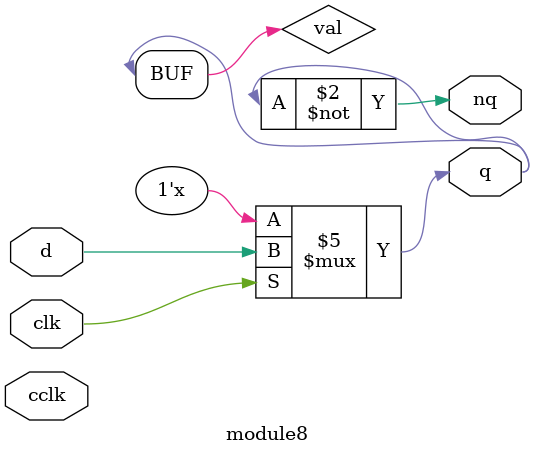
<source format=v>

`timescale 1ns/1ns


// CLKs

`define CLK_N CLK1
`define CLK_P CLK2
`define PHI_P CLK3
`define PHI_N CLK4
`define WRITEBACK_N CLK5
`define WRITEBACK_P CLK6
`define WRITEBACK_EXT CLK7
`define MCLK_PULSE_N CLK8
`define MCLK_PULSE_P CLK9

// Decoder1

`define s1_op_ld_nn_a_s010 d[0]
`define s1_op_ld_a_nn_s010 d[1]
`define s1_op_ld_a_nn_s011 d[2]
`define s1_op_alu8 d[3]
`define s1_op_jp_cc_sx01 d[4]
`define s1_op_call_cc_sx01 d[5]
`define s1_op_ret_cc_sx00 d[6]
`define s1_op_jr_cc_sx00 d[7]
`define s1_op_ldh_a_x d[8]
`define s1_op_call_any_s000 d[9]
`define s1_op_call_any_s001 d[10]
`define s1_op_call_any_s010 d[11]
`define s1_op_call_any_s011 d[12]
`define s1_op_call_any_s100 d[13]
`define s1_op_ld_x_n d[14]
`define s1_op_ld_x_n_sx00 d[15]
`define s1_op_ld_r_n_sx01 d[16]
`define s1_op_s110 d[17]
`define s1_op_s111 d[18]
`define s1_op_jr_any_sx01 d[19]
`define s1_op_jr_any_sx00 d[20]
`define s1_op_add_sp_e_s010 d[21]
`define s1_op_ld_hl_sp_sx10 d[22]
`define s1_cb_res_r_sx00 d[23]
`define s1_cb_res_hl_sx01 d[24]
`define s1_op_rotate_a d[25]
`define s1_op_ld_a_rr_sx01 d[26]
`define s1_cb_bit d[27]
`define s1_op_ld_rr_a_sx00 d[28]
`define s1_op_ld_a_rr_sx00 d[29]
`define s1_op_ldh_c_a_sx00 d[30]
`define s1_op_ldh_n_a_sx00 d[31]
`define s1_op_ldh_n_a_sx01 d[32]
`define s1_op_ld_r_hl_sx00 d[33]
`define s1_op_alu_misc_s0xx d[34]
`define s1_op_add_hl_sxx0 d[35]
`define s1_op_dec_rr_sx00 d[36]
`define s1_op_inc_rr_sx00 d[37]
`define s1_op_push_sx01 d[38]
`define s1_op_push_sx00 d[39]
`define s1_op_ld_r_r_s0xx d[40]
`define s1_op_40_to_7f d[41]
`define s1_cb_00_to_3f d[42]
`define s1_op_jp_any_sx00 d[43]
`define s1_op_jp_any_sx01 d[44]
`define s1_op_jp_any_sx10 d[45]
`define s1_op_add_hl_sx01 d[46]
`define s1_op_ld_hl_n_sx01 d[47]
// [!] d48, 49 are skipped
`define s1_op_push_sx10 d[50]
`define s1_op_pop_sx00 d[51]
`define s1_op_pop_sx01 d[52]
`define s1_op_add_sp_s001 d[53]
`define s1_op_ld_hl_sp_sx01 d[54]
`define s1_cb_set_r_sx00 d[55]
`define s1_cb_set_hl_sx01 d[56]
`define s1_cb_set_res_hl_sx00 d[57]
`define s1_op_pop_sx10 d[58]
`define s1_op_ldh_a_n_sx01 d[59]
`define s1_op_ld_nn_sp_s010 d[60]
`define s1_op_ld_nn_sp_s000 d[61]
`define s1_op_ld_sp_hl_sx00 d[62]
`define s1_op_add_sp_e_s000 d[63]
`define s1_op_add_sp_e_s011 d[64]
`define s1_op_ld_hl_sp_sx00 d[65]
`define s1_op_ld_nn_sp_s011 d[66]
`define s1_op_ld_nn_sp_s001 d[67]
`define s1_op_ld_hl_r_sx00 d[68]
`define s1_op_incdec8_hl_sx00 d[69]
`define s1_op_incdec8_hl_sx01 d[70]
`define s1_op_ldh_a_c_sx00 d[71]
`define s1_op_ldh_a_n_sx00 d[72]
`define s1_op_rst_sx01 d[73]
`define s1_op_rst_sx00 d[74]
`define s1_int_s101 d[75]
`define s1_int_s100 d[76]
`define s1_int_s000 d[77]
`define s1_op_80_to_bf_reg_s0xx d[78]
`define s1_op_ret_reti_sx00 d[79]
`define s1_op_ret_cc_sx01 d[80]
`define s1_op_jp_hl_s0xx d[81]
`define s1_op_ret_any_reti_s010 d[82]
`define s1_op_ret_any_reti_s011 d[83]
`define s1_op_ld_hlinc_sx00 d[84]
`define s1_op_ld_hldec_sx00 d[85]
`define s1_op_ld_rr_sx00 d[86]
`define s1_op_ld_rr_sx01 d[87]
`define s1_op_ld_rr_sx10 d[88]
`define s1_op_incdec8_s0xx d[89]
`define s1_op_alu_hl_sx00 d[90]
`define s1_op_alu_n_sx00 d[91]
`define s1_op_rst_sx10 d[92]
`define s1_int_s110 d[93]
`define s1_cb_r_s0xx d[94]
`define s1_cb_hl_sx00 d[95]
`define s1_cb_bit_hl_sx01 d[96]
`define s1_cb_notbit_hl_sx01 d[97]
`define s1_op_incdec8 d[98]
`define s1_op_di_ei_s0xx d[99]
`define s1_op_halt_s0xx d[100]
`define s1_op_nop_stop_s0xx d[101]
`define s1_op_cb_s0xx d[102]
`define s1_op_jr_any_sx10 d[103]
`define s1_op_ea_fa_s000 d[104]
`define s1_op_ea_fa_s001 d[105]
// [!] d106 skipped

// Decoder2

`define s2_cc_check w[0]
`define s2_oe_wzreg_to_idu w[1]
`define s2_op_jr_any_sx10 w[2]
`define s2_op_alu8 w[3]
`define s2_op_ld_abs_a_data_cycle w[4]
`define s2_op_ld_a_abs_data_cycle w[5]
`define s2_wr w[6]
// 7 skipped
`define s2_op_jr_any_sx01 w[8]
`define s2_op_sp_e_sx10 w[9]
`define s2_alu_res w[10]
`define s2_addr_valid w[11]
`define s2_cb_bit w[12]
`define s2_op_ld_abs_rr_sx00 w[13]
`define s2_op_ldh_any_a_data_cycle w[14]
`define s2_op_add_hl_sxx0 w[15]
`define s2_op_incdec_rr w[16]
`define s2_op_ldh_imm_sx01 w[17]
// gekkio order: org w20 -> org w18 -> org w19
`define s2_state0_next w[20]
`define s2_data_fetch_cycle w[18]
`define s2_op_add_hl_sx01 w[19]
//
`define s2_op_push_sx10 w[21]
`define s2_addr_hl w[22]
`define s2_op_sp_e_s001 w[23]
`define s2_alu_set w[24]
`define s2_addr_pc w[25]
`define s2_m1 w[26]
`define s2_op_ld_nn_sp_s01x w[27]
`define s2_oe_pchreg_to_pbus w[28]
`define s2_op_ldh_c_sx00 w[29]
`define s2_stackop w[30]
`define s2_idu_inc w[31]
`define s2_state2_next w[32]
`define s2_state1_next w[33]
`define s2_oe_pclreg_to_pbus w[34]
`define s2_idu_dec w[35]
`define s2_oe_wzreg_to_pcreg w[36]
`define s2_op_incdec8 w[37]
`define s2_allow_r8_write w[38]
// 39,40 out of scope

// Decoder3

`define s3_alu_rotate_shift_left x[0]
`define s3_alu_rotate_shift_right x[1]
`define s3_alu_set_or x[2]
`define s3_alu_sum x[3]
`define s3_alu_logic_or x[4]
`define s3_alu_rlc x[5]
`define s3_alu_rl x[6]
`define s3_alu_rrc x[7]
`define s3_alu_rr x[8]
`define s3_alu_sra x[9]
`define s3_alu_sum_pos_hf_cf x[10]
`define s3_alu_sum_neg_cf x[11]
`define s3_alu_sum_neg_hf_nf x[12]
`define s3_regpair_wren x[13]
`define s3_alu_to_reg x[14]
`define s3_oe_rbus_to_pbus x[15]
`define s3_alu_swap x[16]
`define s3_cb_20_to_3f x[17]
`define s3_alu_xor x[18]
`define s3_alu_logic_and x[19]
`define s3_rotate x[20]
`define s3_alu_ccf_scf x[21]
`define s3_alu_daa x[22]
`define s3_alu_add_adc x[23]
`define s3_alu_sub_sbc x[24]
`define s3_alu_b_complement x[25]
`define s3_alu_cpl x[26]
`define s3_alu_cp x[27]
`define s3_wren_cf x[28]
`define s3_wren_hf_nf_zf x[29]
`define s3_op_add_sp_e_sx10 x[30]
`define s3_op_add_sp_e_s001 x[31]
`define s3_op_alu_misc_a x[32]
`define s3_op_dec8 x[33]
`define s3_alu_reg_to_rbus x[34]
`define s3_oe_areg_to_rbus x[35]
`define s3_cb_wren_r x[36]
`define s3_oe_alu_to_pbus x[37]
`define s3_wren_a x[38]
`define s3_wren_h x[39]
`define s3_wren_l x[40]
`define s3_op_reti_s011 x[41]
`define s3_oe_hlreg_to_idu x[42]
`define s3_oe_hreg_to_rbus x[43]
`define s3_oe_lreg_to_rbus x[44]
`define s3_oe_dereg_to_idu x[45]
`define s3_oe_dreg_to_rbus x[46]
`define s3_oe_ereg_to_rbus x[47]
`define s3_wren_d x[48]
`define s3_wren_b x[49]
`define s3_wren_e x[50]
`define s3_wren_c x[51]
`define s3_oe_bcreg_to_idu x[52]
`define s3_oe_breg_to_rbus x[53]
`define s3_oe_creg_to_rbus x[54]
`define s3_oe_idu_to_uhlbus x[55]
`define s3_oe_wzreg_to_uhlbus x[56]
`define s3_oe_ubus_to_uhlbus x[57]
`define s3_oe_zreg_to_rbus x[58]
`define s3_wren_w x[59]
`define s3_wren_z x[60]
`define s3_wren_sp x[61]
`define s3_oe_idu_to_spreg x[62]
`define s3_oe_wzreg_to_spreg x[63]
`define s3_op_ld_hl_sp_e_s010 x[64]
`define s3_oe_spreg_to_idu x[65]
`define s3_op_ld_hl_sp_e_s001 x[66]
`define s3_oe_idu_to_pcreg x[67]
`define s3_wren_pc x[68]

// Definition of the SM83 CPU top level.

module SM83Core (
	CLK1, CLK2, CLK3, CLK4, CLK5, CLK6, CLK7, CLK8, CLK9, 
	M1,
	OSC_STABLE, OSC_ENA, RESET, SYNC_RESET, CLK_ENA, NMI,
	WAKE, RD, WR, BUS_DISABLE, MMIO_REQ, IPL_REQ, IPL_DISABLE, MREQ,
	D, A, CPU_IRQ_TRIG, CPU_IRQ_ACK );

	// Obviously, such a large number of dual CLKs is due to the four-cycle "slot" execution of the core.

	input CLK1;
	input CLK2;
	input CLK3;
	input CLK4;
	input CLK5;
	input CLK6;
	input CLK7;
	input CLK8;
	input CLK9;

	output M1; 			// Analog to SYNC signal, which was typically used in old processors (right after the Fetch of the next opcode).

	input OSC_STABLE;	// Active-high crystal oscillator stablilized input?  [previously Clock_WTF]
	output OSC_ENA;		// Crystal oscillator enable. When CPU drives this low, the crystal oscillator gets disabled to save power. This happens during STOP mode. 	[previously XCK_Ena]
	input RESET;		// Active-high asynchronous reset input. Fed directly from RST input pad.
	input SYNC_RESET;	// Active-high synchronous reset input. Synchronized to CLK8/CLK9.
	output CLK_ENA;		// [previously LongDescr]
	input NMI;			// Directly connected to an input pad at the top of the die, which is not bonded.  [previously Unbonded]

	input WAKE;			// Wakes CPU from STOP mode.
	output RD;
	output WR;
	input BUS_DISABLE;		// 1: Disable all bus drivers in the CPU when test mode is active.   [previously Maybe1]
	input MMIO_REQ;		// High when address bus is 0xfexx or 0xffxx.
	input IPL_REQ;		// High when address bus is 0x00xx and boot ROM is still visible.
	input IPL_DISABLE;		// 1: IPL disable, mutes IPL_REQ   [previously Maybe2]
	output MREQ;

	inout [7:0] D;
	output [15:0] A;
	input [7:0] CPU_IRQ_TRIG;
	output [7:0] CPU_IRQ_ACK;

	// Internal wires

	wire [25:0] a; 			// Decoder1 in
	wire [106:0] d; 		// Decoder1 out
	wire [40:0] w; 			// Decoder2 out
	wire [68:0] x; 			// Decoder3 out

	wire [7:0] DL;			// Internal databus
	wire [7:0] DV;			// ALU Operand2
	wire [7:0] Res;			// ALU Result
	wire AllZeros; 			// Res == 0
	wire [5:0] bc;
	wire [7:0] alu; 		// ALU Operand1
	wire bq4;
	wire bq5;
	wire bq7;
	wire Temp_C;			// Temp C flag
	wire Temp_H; 			// Temp H flag
	wire Temp_N;			// Temp N flag
	wire Temp_Z;			// Temp Z flag  / zbus msb
	wire ALU_Out1;			// ALU random logic -> Sequencer; 1: Skip branch
	wire [7:0] IR;			// Current opcode
	wire [5:0] nIR;				// Inverse IR values are only used for the first 6 bits.
	wire [7:3] bro; 		// IRQ Logic interrupt address

	wire SeqOut_1; 		// IME? (to interrupt control)
	wire SeqOut_2;
	wire SeqOut_3; 		// N.C.
	wire SeqControl_1; 			// 1: Wake up after an interrupt. Used in HLT opcode processing.
	wire SeqControl_2;
	wire nCLK4;					// It is obtained by inverting CLK4 inside the sequencer.

	wire ALU_to_Thingy; 		// ALU CarryOut
	wire bot_to_Thingy;			// IE access detected (Address = 0xffff)
	wire TTB1;
	wire TTB2;
	wire TTB3;
	wire Thingy_to_bot;			// Load a value into the IE register from the DL bus.

	assign M1 = `s2_m1;
	assign nCLK4 = ~CLK4;
	assign WR = `s2_wr;

	// Debug wires:
	// (* keep *) wire [15:0] RegPC = bot.pc.PC;
	// (* keep *) wire [15:0] RegSP = bot.sp.SP;
	// (* keep *) wire [7:0] RegA = bot.regs.r1q;
	// (* keep *) wire [7:0] RegF = {alu_inst.bc[3], alu_inst.bc[2], alu_inst.bc[5], alu_inst.bc[1], 4'h0};
	// (* keep *) wire [7:0] RegB = bot.regs.r7q;
	// (* keep *) wire [7:0] RegC = bot.regs.r6q;
	// (* keep *) wire [7:0] RegD = bot.regs.r5q;
	// (* keep *) wire [7:0] RegE = bot.regs.r4q;
	// (* keep *) wire [7:0] RegH = bot.regs.r3q;
	// (* keep *) wire [7:0] RegL = bot.regs.r1q;

	// Instances

	nor z_eval (AllZeros, Res[0], Res[1], Res[2], Res[3], Res[4], Res[5], Res[6], Res[7]);

	GekkioNames gekkio_names (.d(d), .w(w), .x(x));

	DataMux data_mux (
		.CLK(CLK2), 
		.DL_Control1(BUS_DISABLE), 
		.DL_Control2(`s3_oe_alu_to_pbus), 
		.DataBus(D),
		.DL(DL), 
		.Res(Res),
		.DataOut(`s3_oe_rbus_to_pbus),
		.DV(DV),
		.RD_hack(RD),
		.WR_hack(WR) );

	Decoder1 dec1 (
		.CLK2(CLK2),
		.a(a),
		.d(d) );

	Decoder2 dec2 (
		.CLK2(CLK2),
		.d(d),
		.w(w),
		.SeqOut_2(SeqOut_2),
		.IR7(IR[7]) );

	Decoder3 dec3 (
		.CLK2(CLK2),
		.CLK4(CLK4),
		.CLK5(CLK5),
		.nCLK4(nCLK4),
		.a3(a[3]),
		.d(d),
		.w(w),
		.x(x),
		.IR(IR),
		.nIR(nIR),
		.SeqOut_2(SeqOut_2) );

	IRNots mighty_six (
		.IR(IR),
		.nIR(nIR) );

	ALU alu_inst (
		.CLK2(CLK2),
		.CLK4(CLK4),
		.CLK5(CLK5),
		.CLK6(CLK6),
		.CLK7(CLK7),
		.DV(DV),
		.Res(Res),
		.AllZeros(AllZeros),
		.d42(d[42]),
		.d58(d[58]),
		.w(w),
		.x(x),
		.bc(bc),
		.alu(alu),
		.bq4(bq4),
		.bq5(bq5),
		.bq7(bq7),
		.ALU_to_Thingy(ALU_to_Thingy),
		.Temp_C(Temp_C),
		.Temp_H(Temp_H),
		.Temp_N(Temp_N),
		.Temp_Z(Temp_Z),
		.ALU_Out1(ALU_Out1),
		.IR(IR),
		.nIR(nIR) );

	Sequencer seq (
		.CLK1(CLK1),
		.CLK2(CLK2),
		.CLK4(CLK4),
		.CLK6(CLK6),
		.CLK8(CLK8),
		.CLK9(CLK9),
		.nCLK4(nCLK4),
		.IR(IR),
		.a(a),
		.d(d),
		.w(w),
		.x(x),
		.ALU_Out1(ALU_Out1), 
		.NMI(NMI),
		.CLK_ENA(CLK_ENA),
		.OSC_ENA(OSC_ENA),
		.RESET(RESET),
		.SYNC_RESET(SYNC_RESET),
		.OSC_STABLE(OSC_STABLE),
		.WAKE(WAKE),
		.RD(RD),
		.BUS_DISABLE(BUS_DISABLE),
		.MMIO_REQ(MMIO_REQ),
		.IPL_REQ(IPL_REQ),
		.IPL_DISABLE(IPL_DISABLE),
		.MREQ(MREQ),
		.SeqControl_1(SeqControl_1),
		.SeqControl_2(SeqControl_2),
		.SeqOut_1(SeqOut_1),
		.SeqOut_2(SeqOut_2),
		.SeqOut_3(SeqOut_3) );

	Thingy thingy (
		.w8(`s2_op_jr_any_sx01),
		.w31(`s2_idu_inc),
		.w35(`s2_idu_dec),
		.ALU_to_Thingy(ALU_to_Thingy),
		.WR(WR),
		.Temp_Z(Temp_Z),
		.TTB1(TTB1),
		.TTB2(TTB2),
		.TTB3(TTB3),
		.Thingy_to_bot(Thingy_to_bot),
		.bot_to_Thingy(bot_to_Thingy) );

	Bottom bot (
		.CLK2(CLK2),
		.CLK4(CLK4),
		.CLK5(CLK5),
		.CLK6(CLK6),
		.CLK7(CLK7),
		.DL(DL),
		.DV(DV),
		.bc(bc),
		.bq4(bq4),
		.bq5(bq5),
		.bq7(bq7),
		.Temp_C(Temp_C),
		.Temp_H(Temp_H),
		.Temp_N(Temp_N),
		.Temp_Z(Temp_Z),
		.alu(alu),
		.Res(Res),
		.IR(IR),
		.d(d),
		.w(w),
		.x(x), 
		.SYNC_RES(SYNC_RESET),
		.TTB1(TTB1),
		.TTB2(TTB2),
		.TTB3(TTB3),
		.BUS_DISABLE(BUS_DISABLE),
		.bro(bro),
		.A(A) );

	IRQ_Logic irq (
		.CLK3(CLK3),
		.CLK4(CLK4),
		.CLK5(CLK5),
		.CLK6(CLK6),
		.DL(DL),
		.RD(RD),
		.CPU_IRQ_ACK(CPU_IRQ_ACK),
		.CPU_IRQ_TRIG(CPU_IRQ_TRIG),
		.bro(bro),
		.bot_to_Thingy(bot_to_Thingy),
		.Thingy_to_bot(Thingy_to_bot),
		.SYNC_RES(SYNC_RESET),
		.SeqControl_1(SeqControl_1),
		.SeqControl_2(SeqControl_2),
		.SeqOut_1(SeqOut_1),
		.d93(d[93]),
		.A(A) );

endmodule // SM83Core

// Transparent latch used as a bus keeper.
module BusKeeper (d, q);

	input d;
	output q;

	reg val;
	// The BusKeeper value is stored on the FET gate. We assume that initially there is no charge there, i.e. the value is 0.
	initial val = 1'b0;

	always @(*) begin
		case (d)
			1'b1: val <= 1'b1;
			1'b0: val <= 1'b0;
			1'bz: val <= val;
		endcase
	end

	assign q = val;

endmodule // BusKeeper

module GekkioNames(d, w, x);
	input [106:0] d;
	input [40:0] w;
	input [68:0] x;

	// wire CLK_N = CLK1;
	// wire CLK_P = CLK2;
	// wire PHI_P = CLK3;
	// wire PHI_N = CLK4;
	// wire WRITEBACK_N = CLK5;
	// wire WRITEBACK_P = CLK6;
	// wire WRITEBACK_EXT = CLK7;
	// wire MCLK_PULSE_N = CLK8;
	// wire MCLK_PULSE_P = CLK9;

	// Decoder1

	wire s1_op_ld_nn_a_s010 = d[0];
	wire s1_op_ld_a_nn_s010 = d[1];
	wire s1_op_ld_a_nn_s011 = d[2];
	wire s1_op_alu8 = d[3];
	wire s1_op_jp_cc_sx01 = d[4];
	wire s1_op_call_cc_sx01 = d[5];
	wire s1_op_ret_cc_sx00 = d[6];
	wire s1_op_jr_cc_sx00 = d[7];
	wire s1_op_ldh_a_x = d[8];
	wire s1_op_call_any_s000 = d[9];
	wire s1_op_call_any_s001 = d[10];
	wire s1_op_call_any_s010 = d[11];
	wire s1_op_call_any_s011 = d[12];
	wire s1_op_call_any_s100 = d[13];
	wire s1_op_ld_x_n = d[14];
	wire s1_op_ld_x_n_sx00 = d[15];
	wire s1_op_ld_r_n_sx01 = d[16];
	wire s1_op_s110 = d[17];
	wire s1_op_s111 = d[18];
	wire s1_op_jr_any_sx01 = d[19];
	wire s1_op_jr_any_sx00 = d[20];
	wire s1_op_add_sp_e_s010 = d[21];
	wire s1_op_ld_hl_sp_sx10 = d[22];
	wire s1_cb_res_r_sx00 = d[23];
	wire s1_cb_res_hl_sx01 = d[24];
	wire s1_op_rotate_a = d[25];
	wire s1_op_ld_a_rr_sx01 = d[26];
	wire s1_cb_bit = d[27];
	wire s1_op_ld_rr_a_sx00 = d[28];
	wire s1_op_ld_a_rr_sx00 = d[29];
	wire s1_op_ldh_c_a_sx00 = d[30];
	wire s1_op_ldh_n_a_sx00 = d[31];
	wire s1_op_ldh_n_a_sx01 = d[32];
	wire s1_op_ld_r_hl_sx00 = d[33];
	wire s1_op_alu_misc_s0xx = d[34];
	wire s1_op_add_hl_sxx0 = d[35];
	wire s1_op_dec_rr_sx00 = d[36];
	wire s1_op_inc_rr_sx00 = d[37];
	wire s1_op_push_sx01 = d[38];
	wire s1_op_push_sx00 = d[39];
	wire s1_op_ld_r_r_s0xx = d[40];
	wire s1_op_40_to_7f = d[41];
	wire s1_cb_00_to_3f = d[42];
	wire s1_op_jp_any_sx00 = d[43];
	wire s1_op_jp_any_sx01 = d[44];
	wire s1_op_jp_any_sx10 = d[45];
	wire s1_op_add_hl_sx01 = d[46];
	wire s1_op_ld_hl_n_sx01 = d[47];
	// [!] d48, 49 are skipped
	wire s1_op_push_sx10 = d[50];
	wire s1_op_pop_sx00 = d[51];
	wire s1_op_pop_sx01 = d[52];
	wire s1_op_add_sp_s001 = d[53];
	wire s1_op_ld_hl_sp_sx01 = d[54];
	wire s1_cb_set_r_sx00 = d[55];
	wire s1_cb_set_hl_sx01 = d[56];
	wire s1_cb_set_res_hl_sx00 = d[57];
	wire s1_op_pop_sx10 = d[58];
	wire s1_op_ldh_a_n_sx01 = d[59];
	wire s1_op_ld_nn_sp_s010 = d[60];
	wire s1_op_ld_nn_sp_s000 = d[61];
	wire s1_op_ld_sp_hl_sx00 = d[62];
	wire s1_op_add_sp_e_s000 = d[63];
	wire s1_op_add_sp_e_s011 = d[64];
	wire s1_op_ld_hl_sp_sx00 = d[65];
	wire s1_op_ld_nn_sp_s011 = d[66];
	wire s1_op_ld_nn_sp_s001 = d[67];
	wire s1_op_ld_hl_r_sx00 = d[68];
	wire s1_op_incdec8_hl_sx00 = d[69];
	wire s1_op_incdec8_hl_sx01 = d[70];
	wire s1_op_ldh_a_c_sx00 = d[71];
	wire s1_op_ldh_a_n_sx00 = d[72];
	wire s1_op_rst_sx01 = d[73];
	wire s1_op_rst_sx00 = d[74];
	wire s1_int_s101 = d[75];
	wire s1_int_s100 = d[76];
	wire s1_int_s000 = d[77];
	wire s1_op_80_to_bf_reg_s0xx = d[78];
	wire s1_op_ret_reti_sx00 = d[79];
	wire s1_op_ret_cc_sx01 = d[80];
	wire s1_op_jp_hl_s0xx = d[81];
	wire s1_op_ret_any_reti_s010 = d[82];
	wire s1_op_ret_any_reti_s011 = d[83];
	wire s1_op_ld_hlinc_sx00 = d[84];
	wire s1_op_ld_hldec_sx00 = d[85];
	wire s1_op_ld_rr_sx00 = d[86];
	wire s1_op_ld_rr_sx01 = d[87];
	wire s1_op_ld_rr_sx10 = d[88];
	wire s1_op_incdec8_s0xx = d[89];
	wire s1_op_alu_hl_sx00 = d[90];
	wire s1_op_alu_n_sx00 = d[91];
	wire s1_op_rst_sx10 = d[92];
	wire s1_int_s110 = d[93];
	wire s1_cb_r_s0xx = d[94];
	wire s1_cb_hl_sx00 = d[95];
	wire s1_cb_bit_hl_sx01 = d[96];
	wire s1_cb_notbit_hl_sx01 = d[97];
	wire s1_op_incdec8 = d[98];
	wire s1_op_di_ei_s0xx = d[99];
	wire s1_op_halt_s0xx = d[100];
	wire s1_op_nop_stop_s0xx = d[101];
	wire s1_op_cb_s0xx = d[102];
	wire s1_op_jr_any_sx10 = d[103];
	wire s1_op_ea_fa_s000 = d[104];
	wire s1_op_ea_fa_s001 = d[105];
	// [!] d106 skipped

	// Decoder2

	wire s2_cc_check = w[0];
	wire s2_oe_wzreg_to_idu = w[1];
	wire s2_op_jr_any_sx10 = w[2];
	wire s2_op_alu8 = w[3];
	wire s2_op_ld_abs_a_data_cycle = w[4];
	wire s2_op_ld_a_abs_data_cycle = w[5];
	wire s2_wr = w[6];
	// 7 skipped
	wire s2_op_jr_any_sx01 = w[8];
	wire s2_op_sp_e_sx10 = w[9];
	wire s2_alu_res = w[10];
	wire s2_addr_valid = w[11];
	wire s2_cb_bit = w[12];
	wire s2_op_ld_abs_rr_sx00 = w[13];
	wire s2_op_ldh_any_a_data_cycle = w[14];
	wire s2_op_add_hl_sxx0 = w[15];
	wire s2_op_incdec_rr = w[16];
	wire s2_op_ldh_imm_sx01 = w[17];
	// gekkio order: org w20 -> org w18 -> org w19
	wire s2_state0_next = w[20];
	wire s2_data_fetch_cycle = w[18];
	wire s2_op_add_hl_sx01 = w[19];
	//
	wire s2_op_push_sx10 = w[21];
	wire s2_addr_hl = w[22];
	wire s2_op_sp_e_s001 = w[23];
	wire s2_alu_set = w[24];
	wire s2_addr_pc = w[25];
	wire s2_m1 = w[26];
	wire s2_op_ld_nn_sp_s01x = w[27];
	wire s2_oe_pchreg_to_pbus = w[28];
	wire s2_op_ldh_c_sx00 = w[29];
	wire s2_stackop = w[30];
	wire s2_idu_inc = w[31];
	wire s2_state2_next = w[32];
	wire s2_state1_next = w[33];
	wire s2_oe_pclreg_to_pbus = w[34];
	wire s2_idu_dec = w[35];
	wire s2_oe_wzreg_to_pcreg = w[36];
	wire s2_op_incdec8 = w[37];
	wire s2_allow_r8_write = w[38];
	// 39,40 out of scope

	// Decoder3

	wire s3_alu_rotate_shift_left = x[0];
	wire s3_alu_rotate_shift_right = x[1];
	wire s3_alu_set_or = x[2];
	wire s3_alu_sum = x[3];
	wire s3_alu_logic_or = x[4];
	wire s3_alu_rlc = x[5];
	wire s3_alu_rl = x[6];
	wire s3_alu_rrc = x[7];
	wire s3_alu_rr = x[8];
	wire s3_alu_sra = x[9];
	wire s3_alu_sum_pos_hf_cf = x[10];
	wire s3_alu_sum_neg_cf = x[11];
	wire s3_alu_sum_neg_hf_nf = x[12];
	wire s3_regpair_wren = x[13];
	wire s3_alu_to_reg = x[14];
	wire s3_oe_rbus_to_pbus = x[15];
	wire s3_alu_swap = x[16];
	wire s3_cb_20_to_3f = x[17];
	wire s3_alu_xor = x[18];
	wire s3_alu_logic_and = x[19];
	wire s3_rotate = x[20];
	wire s3_alu_ccf_scf = x[21];
	wire s3_alu_daa = x[22];
	wire s3_alu_add_adc = x[23];
	wire s3_alu_sub_sbc = x[24];
	wire s3_alu_b_complement = x[25];
	wire s3_alu_cpl = x[26];
	wire s3_alu_cp = x[27];
	wire s3_wren_cf = x[28];
	wire s3_wren_hf_nf_zf = x[29];
	wire s3_op_add_sp_e_sx10 = x[30];
	wire s3_op_add_sp_e_s001 = x[31];
	wire s3_op_alu_misc_a = x[32];
	wire s3_op_dec8 = x[33];
	wire s3_alu_reg_to_rbus = x[34];
	wire s3_oe_areg_to_rbus = x[35];
	wire s3_cb_wren_r = x[36];
	wire s3_oe_alu_to_pbus = x[37];
	wire s3_wren_a = x[38];
	wire s3_wren_h = x[39];
	wire s3_wren_l = x[40];
	wire s3_op_reti_s011 = x[41];
	wire s3_oe_hlreg_to_idu = x[42];
	wire s3_oe_hreg_to_rbus = x[43];
	wire s3_oe_lreg_to_rbus = x[44];
	wire s3_oe_dereg_to_idu = x[45];
	wire s3_oe_dreg_to_rbus = x[46];
	wire s3_oe_ereg_to_rbus = x[47];
	wire s3_wren_d = x[48];
	wire s3_wren_b = x[49];
	wire s3_wren_e = x[50];
	wire s3_wren_c = x[51];
	wire s3_oe_bcreg_to_idu = x[52];
	wire s3_oe_breg_to_rbus = x[53];
	wire s3_oe_creg_to_rbus = x[54];
	wire s3_oe_idu_to_uhlbus = x[55];
	wire s3_oe_wzreg_to_uhlbus = x[56];
	wire s3_oe_ubus_to_uhlbus = x[57];
	wire s3_oe_zreg_to_rbus = x[58];
	wire s3_wren_w = x[59];
	wire s3_wren_z = x[60];
	wire s3_wren_sp = x[61];
	wire s3_oe_idu_to_spreg = x[62];
	wire s3_oe_wzreg_to_spreg = x[63];
	wire s3_op_ld_hl_sp_e_s010 = x[64];
	wire s3_oe_spreg_to_idu = x[65];
	wire s3_op_ld_hl_sp_e_s001 = x[66];
	wire s3_oe_idu_to_pcreg = x[67];
	wire s3_wren_pc = x[68];

endmodule

module Sequencer ( CLK1, CLK2, CLK4, CLK6, CLK8, CLK9, nCLK4, IR, a, d, w, x, ALU_Out1, 
	NMI, CLK_ENA, OSC_ENA, RESET, SYNC_RESET, OSC_STABLE, WAKE, RD, BUS_DISABLE, MMIO_REQ, IPL_REQ, IPL_DISABLE, MREQ,
	SeqControl_1, SeqControl_2, SeqOut_1, SeqOut_2, SeqOut_3 );

	input CLK1;
	input CLK2;
	input CLK4;
	input CLK6;
	input CLK8;
	input CLK9;
	input nCLK4;

	(* keep *) input [7:0] IR;
	output [25:0] a;
	input [106:0] d;
	input [40:0] w;
	input [68:0] x;
	input ALU_Out1; // high when condition check fails. See `az[11]` for logic.

	input NMI;				// [previously Unbonded]
	output CLK_ENA;			// [previously LongDescr]
	output OSC_ENA;			// [previously XCK_Ena]
	input RESET;			// From Reset pad
	input SYNC_RESET;
	input OSC_STABLE;		// [previously Clock_WTF]
	input WAKE;
	output RD;
	input BUS_DISABLE;			// 1: Bus disable
	input MMIO_REQ;
	input IPL_REQ;
	input IPL_DISABLE; 			// 1: IPL disable, mutes IPL_REQ; See seq_mreq module.
	output MREQ;

	input SeqControl_1; 		// 1: Wake up after an interrupt. Used in HLT opcode processing.
	input SeqControl_2;
	output SeqOut_1;
	output SeqOut_2;
	output SeqOut_3;			// GND

	// Automagically generated from seq.xmlz by GetVerilog exe (https://github.com/emu-russia/Deroute/tree/main/UserScripts)

	// Wires

	wire w1;
	wire w2;
	wire w3;
	wire w4;
	wire w5;
	wire w6;
	wire w7;
	wire w8;
	wire w9;
	wire w10;
	wire w11;
	wire w12;
	wire w14;
	wire w15;
	wire w16;
	wire w17;
	wire w18;
	wire w19;
	wire w20;
	wire w21;
	wire w22;
	wire w23;
	wire w24;
	wire w25;
	wire w26;
	wire w27;
	wire w28;
	wire w29;
	wire w30;
	wire w31;
	wire w32;
	wire w33;
	wire w34;
	wire w35;
	wire w36;
	wire w37;
	wire w38;
	wire w39;
	wire w40;
	wire w41;
	wire extra_IR4;
	wire extra_IR3;
	wire w44;
	wire w45;
	wire w46;
	wire w47;
	wire w48;
	wire w49;
	wire w50;
	wire w51;
	wire w52;
	wire w53;
	wire w54;
	wire w55;
	wire w56;
	wire w57;
	wire w58;
	wire w59;
	wire w60;
	wire w61;
	wire w62;
	wire w63;
	wire w64;
	wire w65;
	wire w66;
	wire w67;
	wire w68;
	wire w69;
	wire w70;
	wire w71;
	wire w72;
	wire w73;
	wire w74;
	wire w75;
	wire w76;
	wire w77;
	wire w78;
	wire w79;
	wire w80;
	wire w81;
	wire w82;
	wire w83;
	wire w84;
	wire w85;
	wire w86;
	wire w87;
	wire w88;
	wire w89;
	wire w90;
	wire w91;
	wire w92;
	wire w93;
	wire w94;
	wire w95;
	wire w96;
	wire w97;
	wire w98;
	wire w99;
	wire w100;
	wire w101;
	wire w102;
	wire w103;
	wire w104;
	wire w105;
	wire w106;
	wire w107;
	wire w108;
	wire w109;
	wire w110;
	wire w111;
	wire w112;
	wire w113;
	wire w114;
	wire w115;
	wire w116;
	wire w117;
	wire w118;
	wire w119;
	wire w120;
	wire w121;
	wire w122;
	wire w123;
	wire w124;
	wire w125;
	wire w126;
	wire w127;
	wire w128;
	wire w129;
	wire w130;
	wire w131;
	wire w132;
	wire w133;
	wire w134;
	wire w135;
	wire w136;
	wire w137;
	wire w138;
	wire w139;
	wire w140;

	// Assigns  (Issue #134)

	assign w1 = `s1_op_cb_s0xx;
	assign w2 = `s2_m1;
	assign w4 = `s3_op_reti_s011;
	assign w38 = NMI;
	assign w10 = BUS_DISABLE;
	assign w34 = MMIO_REQ;
	assign w35 = IPL_REQ;
	assign w36 = IPL_DISABLE;
	assign MREQ = w12;
	assign SeqOut_1 = w6;
	assign w7 = CLK8;
	assign SeqOut_2 = w8;
	assign RD = w9;
	assign w11 = `s2_addr_valid;
	assign SeqOut_3 = 1'b0;
	assign w16 = SYNC_RESET;
	assign w20 = CLK4;
	assign w22 = `s2_data_fetch_cycle;
	assign w25 = WAKE;
	assign OSC_ENA = w31;
	assign a[0] = w48;
	assign a[1] = w47;
	assign a[2] = w49;
	assign a[3] = w50;
	assign a[4] = w52;
	assign a[5] = w37;
	assign a[6] = w53;
	assign a[7] = w40;
	assign a[8] = w54;
	assign a[9] = w41;
	assign a[10] = w55;
	assign a[11] = extra_IR4;
	assign a[12] = w56;
	assign a[13] = extra_IR3;
	assign a[14] = w57;
	assign a[15] = w44;
	assign a[16] = w58;
	assign a[17] = w45;
	assign a[18] = w59;
	assign a[19] = w46;
	assign a[20] = w60;
	assign a[21] = w61;
	assign a[22] = w62;
	assign a[23] = w63;
	assign a[24] = w64;
	assign a[25] = w65;
	assign w37 = IR[7];
	assign w40 = IR[6];
	assign w41 = IR[5];
	assign extra_IR4 = IR[4];
	assign extra_IR3 = IR[3];
	assign w44 = IR[2];
	assign w45 = IR[1];
	assign w46 = IR[0];
	assign CLK_ENA = w66;
	assign w72 = SeqControl_2;
	assign w112 = SeqControl_1;
	assign w79 = `s1_op_di_ei_s0xx;
	assign w91 = `s1_int_s110;
	assign w3 = CLK9;
	assign w100 = `s2_state2_next;
	assign w101 = `s2_state1_next;
	assign w104 = `s2_state0_next;
	assign w107 = `s1_op_halt_s0xx;
	assign w108 = RESET;
	assign w111 = CLK2;
	assign w110 = CLK1;
	assign w118 = OSC_STABLE;
	assign w132 = `s1_op_nop_stop_s0xx;
	assign w136 = w[40];
	assign w138 = CLK6;
	assign w140 = ALU_Out1;
	assign w21 = nCLK4;

	// Instances

	seq_mreq g72 (.d(w11), .b(w35), .a(w34), .c(w36), .x(w33) );
	seq_dff_posedge_comp g38 (.q(w8), .cclk(w7), .clk(w3), .d(w136) );
	seq_not g66 (.a(w16), .x(w15) );
	seq_nor3 g50 (.a(w28), .b(w16), .c(1'b0), .x(w17) );
	seq_not g27 (.a(w24), .x(w9) );
	seq_not g73 (.a(w33), .x(w12) );
	seq_nor g97 (.a(w16), .b(w108), .x(w14) );
	seq_not g96 (.a(w14), .x(w26) );
	seq_aoi_31 g39 (.a0(w19), .a1(w2), .x(w135), .b(w18), .a2(w20) );
	seq_not g51 (.a(w17), .x(w18) );
	seq_not g41 (.a(w1), .x(w19) );
	seq_not g40 (.a(w135), .x(w71) );
	seq_nor g25 (.b(w21), .a(w10), .x(w23) );
	seq_oai_21 g26 (.a1(w22), .b(w23), .x(w24), .a0(w2) );
	seq_nor g60 (.a(w25), .b(w26), .x(w29) );
	seq_oai_21 g43 (.b(w14), .a1(w114), .a0(w113), .x(w27) );
	seq_rs_latch2 g49 (.q(w28), .nr(w27), .s(w122) );
	seq_rs_latch g62 (.nr(w29), .s(w109), .q(w30) );
	seq_not g61 (.a(w30), .x(w31) );
	seq_dff_posedge_comp g37 (.cclk(w7), .clk(w3), .d(w95), .q(w96) );
	seq_dff_posedge_comp g36 (.cclk(w7), .clk(w3), .d(w103), .q(w137) );
	seq_dff_posedge_comp g35 (.cclk(w7), .clk(w3), .q(w94), .d(w99) );
	seq_latchr_comp g33 (.q(w124), .d(w1), .res(w28), .clk(w138), .cclk(w139), .ld(w2), .nld(w123) );
	seq_dff_posedge_comp g42 (.clk(w3), .cclk(w7), .d(w112), .q(w113) );
	seq_dff_posedge_comp g46 (.cclk(w7), .clk(w3), .d(w107), .q(w120) );
	seq_dff_posedge_comp g54 (.cclk(w7), .clk(w3), .d(w39), .q(w90) );
	seq_dff_posedge_comp g57 (.cclk(w7), .clk(w3), .d(w117), .q(w115) );
	seq_dff_posedge_comp g58 (.cclk(w7), .clk(w3), .d(w119), .q(w117) );
	seq_dff_posedge_comp g63 (.cclk(w7), .clk(w3), .d(w134), .q(w109) );
	seq_dff_posedge_comp g67 (.cclk(w7), .clk(w3), .d(w5), .q(w6) );
	seq_dff_posedge_comp g74 (.cclk(w7), .clk(w3), .d(w131), .q(w126) );
	seq_dff_posedge_comp g84 (.cclk(w111), .clk(w110), .d(w74), .q(w83) );
	seq_dff_posedge_comp g85 (.cclk(w7), .clk(w3), .d(w75), .q(w68) );
	seq_not g0 (.a(w47), .x(w48) );
	seq_not g1 (.a(w106), .x(w47) );
	seq_not g2 (.a(w37), .x(w52) );
	seq_not g3 (.a(w40), .x(w53) );
	seq_not g4 (.a(w41), .x(w54) );
	seq_not g5 (.a(extra_IR4), .x(w55) );
	seq_not g6 (.a(extra_IR3), .x(w56) );
	seq_not g7 (.a(w44), .x(w57) );
	seq_not g8 (.a(w45), .x(w58) );
	seq_not g9 (.a(w46), .x(w59) );
	seq_not g10 (.a(w51), .x(w50) );
	seq_not g11 (.a(w50), .x(w49) );
	seq_not g12 (.a(w94), .x(w60) );
	seq_not g13 (.a(w60), .x(w61) );
	seq_not g14 (.a(w137), .x(w62) );
	seq_not g15 (.a(w62), .x(w63) );
	seq_not g16 (.a(w96), .x(w64) );
	seq_not g17 (.a(w64), .x(w65) );
	seq_not g18 (.a(w100), .x(w98) );
	seq_not g20 (.a(w101), .x(w102) );
	seq_not g22 (.a(w104), .x(w105) );
	seq_nand g23 (.b(w97), .a(w105), .x(w95) );
	seq_nand g21 (.b(w97), .a(w102), .x(w103) );
	seq_nand g19 (.a(w98), .b(w97), .x(w99) );
	seq_aoi_21 g30 (.b(1'b0), .a0(w125), .a1(w124), .x(w51) );
	seq_nor3 g28 (.a(w126), .b(w18), .x(w106), .c(1'b0) );
	seq_not g29 (.a(w61), .x(w125) );
	seq_not g31 (.a(w28), .x(w66) );
	seq_not g32 (.a(w138), .x(w139) );
	seq_not g34 (.a(w2), .x(w123) );
	seq_not g44 (.a(w115), .x(w116) );
	seq_not g48 (.a(w121), .x(w122) );
	seq_not g53 (.a(w38), .x(w39) );
	seq_not g93 (.a(w78), .x(w77) );
	seq_not g86 (.a(w5), .x(w82) );
	seq_not g81 (.a(w87), .x(w86) );
	seq_not g75 (.a(w130), .x(w131) );
	seq_not g69 (.a(w70), .x(w93) );
	seq_not g64 (.a(w133), .x(w134) );
	seq_nand g59 (.a(w15), .b(w118), .x(w119) );
	seq_nand g65 (.a(extra_IR4), .b(w132), .x(w133) );
	seq_nand3 g70 (.a(w71), .b(w68), .c(w69), .x(w70) );
	seq_nor g76 (.a(w5), .b(w129), .x(w130) );
	seq_nor g78 (.a(w91), .b(w16), .x(w128) );
	seq_nand g79 (.a(w71), .b(w72), .x(w85) );
	seq_nand g80 (.a(w67), .b(w79), .x(w87) );
	seq_not g82 (.a(w20), .x(w84) );
	seq_nor4 g83 (.a(w86), .b(w85), .c(w84), .d(w83), .x(w127) );
	seq_nor g87 (.b(w4), .a(w16), .x(w81) );
	seq_nand g90 (.a(w75), .b(w73), .x(w74) );
	seq_not g95 (.a(extra_IR3), .x(w67) );
	seq_not g88 (.a(w81), .x(w80) );
	seq_nor3 g47 (.a(w120), .b(w109), .c(w108), .x(w121) );
	seq_nor g45 (.a(w116), .b(w117), .x(w114) );
	seq_aoi_21 g52 (.a0(w6), .a1(w91), .b(w16), .x(w92) );
	seq_nor g24 (.x(w97), .a(w140), .b(w18) );
	seq_nor g56 (.a(w89), .b(w39), .x(w88) );
	seq_latch_comp g55 (.cclk(w3), .clk(w7), .d(w90), .nq(w89) );
	seq_rs_latch g71 (.q(w69), .nr(w92), .s(w88) );
	seq_rs_latch g77 (.nr(w128), .s(w127), .q(w129) );
	seq_rs_latch g89 (.nr(w82), .s(w80), .q(w75) );
	seq_rs_latch g92 (.nr(w76), .s(w77), .q(w73) );
	seq_aoi_22_dyn g94 (.clk(w20), .a0(w68), .a1(w4), .b0(w79), .b1(extra_IR3), .x(w78) );
	seq_aoi_221_dyn g91 (.clk(w20), .c(w16), .a0(w126), .a1(w68), .b0(w79), .b1(w67), .x(w76) );
	seq_rs_latch g68 (.q(w5), .nr(w92), .s(w93) );

endmodule // seq


// Elements of standard schematics ("kinda cells") used in the sequencer. Moved separately.

// This module is essentially used to generate the #MREQ signal. Very cleverly twisted combined logic.
module seq_mreq ( a, b, c, d, x );

	input a;
	input b;	
	input c;
	input d;
	output x;

	assign x = d ? ~((~a & c) | ~(a|b)) : 1'b1;

endmodule // seq_mreq

// Regular posedge DFF (dual rails)
module seq_dff_posedge_comp ( d, clk, cclk, q );

	input d;	
	input clk;
	input cclk;
	output q;

	reg val;
	initial val = 1'bx;

	always @(posedge clk) begin
		val <= d;
	end

	assign q = val;

endmodule // seq_dff_posedge_comp

module seq_not ( a, x );

	input a;
	output x;

	assign x = ~a;

endmodule // seq_not

module seq_nor3 ( a, b, c, x );

	input a;
	input b;
	input c;
	output x;

	assign x = ~(a|b|c);

endmodule // seq_nor3

module seq_nor ( a, b, x );

	input a;
	input b;
	output x;

	assign x = ~(a|b);

endmodule // seq_nor

module seq_aoi_31 ( a0, a1, a2, b, x );

	input a0;
	input a1;
	input a2;
	input b;
	output x;

	assign x = ~( (a0&a1&a2) | b);

endmodule // seq_aoi_31

module seq_oai_21 ( a0, a1, b, x );

	input a0;	
	input a1;
	input b;	
	output x;

	assign x = ~( (a0|a1) & b );

endmodule // seq_oai_21

// This is essentially the same rs_latch, but with the inputs rearranged.
module seq_rs_latch2 ( nr, s, q );

	input nr;
	input s;
	output q;

	reg val;
	// Let's lower the difficulty level and use 0 here instead of `x`.
	initial val = 1'b0;

	// The module design is such that reset overrides set if both are set at the same time.
	always @(*) begin
		if (~nr)
			val = 1'b0;
		else if (s)
			val = 1'b1;
	end

	assign q = val;

endmodule // seq_rs_latch2

// rs_latch
module seq_rs_latch ( nr, s, q );

	input nr;
	input s;
	output q;

	reg val;
	// Let's lower the difficulty level and use 0 here instead of `x`.
	initial val = 1'b0;

	// The module design is such that reset overrides set if both are set at the same time.
	always @(*) begin
		if (~nr)
			val = 1'b0;
		else if (s)
			val = 1'b1;
	end

	assign q = val;

endmodule // seq_rs_latch

module seq_latchr_comp ( q, d, res, clk, cclk, ld, nld);

	output q;
	input d;
	input res;
	input clk;
	input cclk;
	input ld;
	input nld;

	reg val_in;
	reg val_out;
	initial val_in = 1'bx;
	initial val_out = 1'bx;

	always @(*) begin
		if (clk && ld)
			val_in = d;
		if (res)
			val_in = 1'b0;
	end

	always @(negedge ld) begin
		val_out <= val_in;
	end

	assign q = val_out;

endmodule // seq_latchr_comp

module seq_nand ( a, b, x );
	
	input a;
	input b;
	output x;

	assign x = ~(a&b);

endmodule // seq_nand

module seq_nand3 ( a, b, c, x );

	input a;
	input b;
	input c;
	output x;

	assign x = ~(a&b&c);

endmodule // seq_nand3

module seq_nor4 ( a, b, c, d, x );

	input a;
	input b;
	input c;
	input d;
	output x;

	assign x = ~(a|b|c|d);

endmodule // seq_nor4

module seq_aoi_21 ( a0, a1, b, x );

	input a0;
	input a1;
	input b;
	output x;

	assign x = ~( (a0&a1) | b);

endmodule // seq_aoi_21

// Regular transparent latch (dual rails)
module seq_latch_comp ( d, clk, cclk, nq );

	input d;
	input clk;
	input cclk;
	output nq;

	reg val;
	initial val = 1'b0;

	always @(*) begin
		if (clk)
			val = d;
	end

	assign nq = ~val;

endmodule // seq_latch_comp

module seq_aoi_22_dyn ( clk, a0, a1, b0, b1, x );

	input clk;
	input a0;
	input a1;
	input b0;
	input b1;
	output x;

	assign x = clk ? ~( (a0&a1) | (b0&b1) ) : 1'b1;

endmodule // seq_aoi_22_dyn

module seq_aoi_221_dyn ( clk, a0, a1, b0, b1, c, x );

	input clk;
	input a0;
	input a1;
	input b0;
	input b1;
	input c;
	output x;

	assign x = clk ? ~( (a0&a1) | (b0&b1) | c) : ~c;

endmodule // seq_aoi_221_dyn

// Here we do not use GekkioNames on purpose, so that we can make cross checks without engagement.

module Decoder1 (CLK2, a, d);

	input CLK2;
	input [25:0] a;
	output [106:0] d;

	assign d[0] = ~(CLK2 ? ~(a[0]&a[2]&a[5]&a[7]&a[9]&a[10]&a[13]&a[14]&a[17]&a[18]&a[20]&a[23]&a[24]) : 1'b1);
	assign d[1] = ~(CLK2 ? ~(a[0]&a[2]&a[5]&a[7]&a[9]&a[11]&a[13]&a[14]&a[17]&a[18]&a[20]&a[23]&a[24]) : 1'b1);
	assign d[2] = ~(CLK2 ? ~(a[0]&a[2]&a[5]&a[7]&a[9]&a[11]&a[13]&a[14]&a[17]&a[18]&a[20]&a[23]&a[25]) : 1'b1);
	assign d[3] = ~(CLK2 ? ~(a[0]&a[2]&((a[5]&a[6])|(a[5]&a[7]&a[15]&a[17]&a[18]))) : 1'b1);
	assign d[4] = ~(CLK2 ? ~(a[0]&a[2]&a[5]&a[7]&a[8]&a[14]&a[17]&a[18]&a[22]&a[25]) : 1'b1);
	assign d[5] = ~(CLK2 ? ~(a[0]&a[2]&a[5]&a[7]&a[8]&a[15]&a[16]&a[18]&a[22]&a[25]) : 1'b1);
	assign d[6] = ~(CLK2 ? ~(a[0]&a[2]&a[5]&a[7]&a[8]&a[14]&a[16]&a[18]&a[22]&a[24]) : 1'b1);
	assign d[7] = ~(CLK2 ? ~(a[0]&a[2]&a[4]&a[6]&a[9]&a[14]&a[16]&a[18]&a[22]&a[24]) : 1'b1);
	assign d[8] = ~(CLK2 ? ~(a[0]&a[2]&a[5]&a[7]&a[9]&a[11]&a[12]&a[14]&a[18]) : 1'b1);
	assign d[9] = ~(CLK2 ? ~(a[0]&a[2]&a[5]&a[7]&a[8]&((a[10]&a[13]&a[15]&a[16])|(a[15]&a[16]&a[18]))&a[20]&a[22]&a[24]) : 1'b1);
	assign d[10] = ~(CLK2 ? ~(a[0]&a[2]&a[5]&a[7]&a[8]&((a[10]&a[13]&a[15]&a[16])|(a[15]&a[16]&a[18]))&a[20]&a[22]&a[25]) : 1'b1);
	assign d[11] = ~(CLK2 ? ~(a[0]&a[2]&a[5]&a[7]&a[8]&((a[10]&a[13]&a[15]&a[16])|(a[15]&a[16]&a[18]))&a[20]&a[23]&a[24]) : 1'b1);
	assign d[12] = ~(CLK2 ? ~(a[0]&a[2]&a[5]&a[7]&a[8]&((a[10]&a[13]&a[15]&a[16])|(a[15]&a[16]&a[18]))&a[20]&a[23]&a[25]) : 1'b1);
	assign d[13] = ~(CLK2 ? ~(a[0]&a[2]&a[5]&a[7]&a[8]&((a[10]&a[13]&a[15]&a[16])|(a[15]&a[16]&a[18]))&a[21]&a[22]&a[24]) : 1'b1);
	assign d[14] = ~(CLK2 ? ~(a[0]&a[2]&a[4]&a[6]&a[15]&a[17]&a[18]) : 1'b1);
	assign d[15] = ~(CLK2 ? ~(a[0]&a[2]&a[4]&a[6]&a[15]&a[17]&a[18]&a[22]&a[24]) : 1'b1);
	assign d[16] = ~(CLK2 ? ~(a[0]&a[2]&a[4]&a[6]&((a[13])|(a[10])|(a[8]))&a[15]&a[17]&a[18]&a[22]&a[25]) : 1'b1);
	assign d[17] = ~(CLK2 ? ~(a[0]&a[2]&a[21]&a[23]&a[24]) : 1'b1);
	assign d[18] = ~(CLK2 ? ~(a[2]&a[21]&a[23]&a[25]) : 1'b1);
	assign d[19] = ~(CLK2 ? ~(a[0]&a[2]&a[4]&a[6]&((a[9]&a[14]&a[16]&a[18])|(a[8]&a[11]&a[13]&a[14]&a[16]&a[18]))&a[22]&a[25]) : 1'b1);
	assign d[20] = ~(CLK2 ? ~(a[0]&a[2]&a[4]&a[6]&((a[9]&a[14]&a[16]&a[18])|(a[8]&a[11]&a[13]&a[14]&a[16]&a[18]))&a[22]&a[24]) : 1'b1);
	assign d[21] = ~(CLK2 ? ~(a[0]&a[2]&a[5]&a[7]&a[9]&a[10]&a[13]&a[14]&a[16]&a[18]&a[20]&a[23]&a[24]) : 1'b1);
	assign d[22] = ~(CLK2 ? ~(a[0]&a[2]&a[5]&a[7]&a[9]&a[11]&a[13]&a[14]&a[16]&a[18]&a[23]&a[24]) : 1'b1);
	assign d[23] = ~(CLK2 ? ~(a[0]&a[3]&a[5]&a[6]&((a[14])|(a[16])|(a[19]))&a[22]&a[24]) : 1'b1);
	assign d[24] = ~(CLK2 ? ~(a[0]&a[3]&a[5]&a[6]&a[15]&a[17]&a[18]&a[22]&a[25]) : 1'b1);
	assign d[25] = ~(CLK2 ? ~(a[0]&a[2]&a[4]&a[6]&a[8]&a[15]&a[17]&a[19]) : 1'b1);
	assign d[26] = ~(CLK2 ? ~(a[0]&a[2]&a[4]&a[6]&a[13]&a[14]&a[17]&a[18]&a[22]&a[25]) : 1'b1);
	assign d[27] = ~(CLK2 ? ~(a[0]&a[3]&a[4]&a[7]) : 1'b1);
	assign d[28] = ~(CLK2 ? ~(a[0]&a[2]&a[4]&a[6]&a[12]&a[14]&a[17]&a[18]&a[22]&a[24]) : 1'b1);
	assign d[29] = ~(CLK2 ? ~(a[0]&a[2]&a[4]&a[6]&a[13]&a[14]&a[17]&a[18]&a[22]&a[24]) : 1'b1);
	assign d[30] = ~(CLK2 ? ~(a[0]&a[2]&a[5]&a[7]&a[9]&a[10]&a[12]&a[14]&a[17]&a[18]&a[22]&a[24]) : 1'b1);
	assign d[31] = ~(CLK2 ? ~(a[0]&a[2]&a[5]&a[7]&a[9]&a[10]&a[12]&a[14]&a[16]&a[18]&a[22]&a[24]) : 1'b1);
	assign d[32] = ~(CLK2 ? ~(a[0]&a[2]&a[5]&a[7]&a[9]&a[10]&a[12]&a[14]&a[16]&a[18]&a[22]&a[25]) : 1'b1);
	assign d[33] = ~(CLK2 ? ~(a[0]&a[2]&a[4]&((a[7]&a[8])|(a[7]&a[10])|(a[7]&a[13]))&a[15]&a[17]&a[18]&a[22]&a[24]) : 1'b1);
	assign d[34] = ~(CLK2 ? ~(a[0]&a[2]&a[4]&a[6]&a[15]&a[17]&a[19]&a[20]) : 1'b1);
	assign d[35] = ~(CLK2 ? ~(a[0]&a[2]&a[4]&a[6]&a[13]&a[14]&a[16]&a[19]&a[24]) : 1'b1);
	assign d[36] = ~(CLK2 ? ~(a[0]&a[2]&a[4]&a[6]&a[13]&a[14]&a[17]&a[19]&a[22]&a[24]) : 1'b1);
	assign d[37] = ~(CLK2 ? ~(a[0]&a[2]&a[4]&a[6]&a[12]&a[14]&a[17]&a[19]&a[22]&a[24]) : 1'b1);
	assign d[38] = ~(CLK2 ? ~(a[0]&a[2]&a[5]&a[7]&a[12]&a[15]&a[16]&a[19]&a[22]&a[25]) : 1'b1);
	assign d[39] = ~(CLK2 ? ~(a[0]&a[2]&a[5]&a[7]&a[12]&a[15]&a[16]&a[19]&a[22]&a[24]) : 1'b1);
	assign d[40] = ~(CLK2 ? ~(a[0]&a[2]&a[4]&a[7]&((a[8])|(a[10])|(a[13]))&((a[19])|(a[16])|(a[14]))&a[20]) : 1'b1);
	assign d[41] = ~(CLK2 ? ~(a[0]&a[2]&a[4]&a[7]) : 1'b1);
	assign d[42] = ~(CLK2 ? ~(a[0]&a[3]&a[4]&a[6]) : 1'b1);
	assign d[43] = ~(CLK2 ? ~(a[0]&a[2]&a[5]&a[7]&a[8]&((a[10]&a[12]&a[14]&a[17])|(a[14]&a[17]&a[18]))&a[22]&a[24]) : 1'b1);
	assign d[44] = ~(CLK2 ? ~(a[0]&a[2]&a[5]&a[7]&a[8]&((a[10]&a[12]&a[14]&a[17])|(a[14]&a[17]&a[18]))&a[22]&a[25]) : 1'b1);
	assign d[45] = ~(CLK2 ? ~(a[0]&a[2]&a[5]&a[7]&a[8]&((a[10]&a[12]&a[14]&a[17])|(a[14]&a[17]&a[18]))&a[23]&a[24]) : 1'b1);
	assign d[46] = ~(CLK2 ? ~(a[0]&a[2]&a[4]&a[6]&a[13]&a[14]&a[16]&a[19]&a[22]&a[25]) : 1'b1);
	assign d[47] = ~(CLK2 ? ~(a[0]&a[2]&a[4]&a[6]&a[9]&a[11]&a[12]&a[15]&a[17]&a[18]&a[22]&a[25]) : 1'b1);
	assign d[48] = ~(CLK2 ? ~(a[24]&a[25]) : 1'b1);
	assign d[49] = ~(CLK2 ? ~(a[24]&a[25]) : 1'b1);
	assign d[50] = ~(CLK2 ? ~(a[0]&a[2]&a[5]&a[7]&a[12]&a[15]&a[16]&a[19]&a[23]&a[24]) : 1'b1);
	assign d[51] = ~(CLK2 ? ~(a[0]&a[2]&a[5]&a[7]&a[12]&a[14]&a[16]&a[19]&a[22]&a[24]) : 1'b1);
	assign d[52] = ~(CLK2 ? ~(a[0]&a[2]&a[5]&a[7]&a[12]&a[14]&a[16]&a[19]&a[22]&a[25]) : 1'b1);
	assign d[53] = ~(CLK2 ? ~(a[0]&a[2]&a[5]&a[7]&a[9]&a[10]&a[13]&a[14]&a[16]&a[18]&a[20]&a[22]&a[25]) : 1'b1);
	assign d[54] = ~(CLK2 ? ~(a[0]&a[2]&a[5]&a[7]&a[9]&a[11]&a[13]&a[14]&a[16]&a[18]&a[22]&a[25]) : 1'b1);
	assign d[55] = ~(CLK2 ? ~(a[0]&a[3]&a[5]&a[7]&((a[14])|(a[16])|(a[19]))&a[22]&a[24]) : 1'b1);
	assign d[56] = ~(CLK2 ? ~(a[0]&a[3]&a[5]&a[7]&a[15]&a[17]&a[18]&a[22]&a[25]) : 1'b1);
	assign d[57] = ~(CLK2 ? ~(a[0]&a[3]&a[5]&a[15]&a[17]&a[18]&a[22]&a[24]) : 1'b1);
	assign d[58] = ~(CLK2 ? ~(a[0]&a[2]&a[5]&a[7]&a[12]&a[14]&a[16]&a[19]&a[23]&a[24]) : 1'b1);
	assign d[59] = ~(CLK2 ? ~(a[0]&a[2]&a[5]&a[7]&a[9]&a[11]&a[12]&a[14]&a[16]&a[18]&a[22]&a[25]) : 1'b1);
	assign d[60] = ~(CLK2 ? ~(a[0]&a[2]&a[4]&a[6]&a[8]&a[10]&a[13]&a[14]&a[16]&a[18]&a[20]&a[23]&a[24]) : 1'b1);
	assign d[61] = ~(CLK2 ? ~(a[0]&a[2]&a[4]&a[6]&a[8]&a[10]&a[13]&a[14]&a[16]&a[18]&a[20]&a[22]&a[24]) : 1'b1);
	assign d[62] = ~(CLK2 ? ~(a[0]&a[2]&a[5]&a[7]&a[9]&a[11]&a[13]&a[14]&a[16]&a[19]&a[22]&a[24]) : 1'b1);
	assign d[63] = ~(CLK2 ? ~(a[0]&a[2]&a[5]&a[7]&a[9]&a[10]&a[13]&a[14]&a[16]&a[18]&a[20]&a[22]&a[24]) : 1'b1);
	assign d[64] = ~(CLK2 ? ~(a[0]&a[2]&a[5]&a[7]&a[9]&a[10]&a[13]&a[14]&a[16]&a[18]&a[20]&a[23]&a[25]) : 1'b1);
	assign d[65] = ~(CLK2 ? ~(a[0]&a[2]&a[5]&a[7]&a[9]&a[11]&a[13]&a[14]&a[16]&a[18]&a[22]&a[24]) : 1'b1);
	assign d[66] = ~(CLK2 ? ~(a[0]&a[2]&a[4]&a[6]&a[8]&a[10]&a[13]&a[14]&a[16]&a[18]&a[20]&a[23]&a[25]) : 1'b1);
	assign d[67] = ~(CLK2 ? ~(a[0]&a[2]&a[4]&a[6]&a[8]&a[10]&a[13]&a[14]&a[16]&a[18]&a[20]&a[22]&a[25]) : 1'b1);
	assign d[68] = ~(CLK2 ? ~(a[0]&a[2]&a[4]&a[7]&a[9]&a[11]&a[12]&((a[19])|(a[16])|(a[14]))&a[22]&a[24]) : 1'b1);
	assign d[69] = ~(CLK2 ? ~(a[0]&a[2]&a[4]&a[6]&a[9]&a[11]&a[12]&a[15]&a[16]&a[22]&a[24]) : 1'b1);
	assign d[70] = ~(CLK2 ? ~(a[0]&a[2]&a[4]&a[6]&a[9]&a[11]&a[12]&a[15]&a[16]&a[22]&a[25]) : 1'b1);
	assign d[71] = ~(CLK2 ? ~(a[0]&a[2]&a[5]&a[7]&a[9]&a[11]&a[12]&a[14]&a[17]&a[18]&a[22]&a[24]) : 1'b1);
	assign d[72] = ~(CLK2 ? ~(a[0]&a[2]&a[5]&a[7]&a[9]&a[11]&a[12]&a[14]&a[16]&a[18]&a[22]&a[24]) : 1'b1);
	assign d[73] = ~(CLK2 ? ~(a[0]&a[2]&a[5]&a[7]&a[15]&a[17]&a[19]&a[22]&a[25]) : 1'b1);
	assign d[74] = ~(CLK2 ? ~(a[0]&a[2]&a[5]&a[7]&a[15]&a[17]&a[19]&a[22]&a[24]) : 1'b1);
	assign d[75] = ~(CLK2 ? ~(a[1]&a[2]&a[21]&a[22]&a[25]) : 1'b1);
	assign d[76] = ~(CLK2 ? ~(a[1]&a[2]&a[21]&a[22]&a[24]) : 1'b1);
	assign d[77] = ~(CLK2 ? ~(a[1]&a[2]&a[20]&a[22]&a[24]) : 1'b1);
	assign d[78] = ~(CLK2 ? ~(a[0]&a[2]&a[5]&a[6]&((a[16])|(a[14])|(a[19]))&a[20]) : 1'b1);
	assign d[79] = ~(CLK2 ? ~(a[0]&a[2]&a[5]&a[7]&a[8]&a[13]&a[14]&a[16]&a[19]&a[22]&a[24]) : 1'b1);
	assign d[80] = ~(CLK2 ? ~(a[0]&a[2]&a[5]&a[7]&a[8]&a[14]&a[16]&a[18]&a[22]&a[25]) : 1'b1);
	assign d[81] = ~(CLK2 ? ~(a[0]&a[2]&a[5]&a[7]&a[9]&a[10]&a[13]&a[14]&a[16]&a[19]&a[20]) : 1'b1);
	assign d[82] = ~(CLK2 ? ~(a[0]&a[2]&a[5]&a[7]&a[8]&((a[13]&a[14]&a[16])|(a[14]&a[16]&a[18]))&a[20]&a[23]&a[24]) : 1'b1);
	assign d[83] = ~(CLK2 ? ~(a[0]&a[2]&a[5]&a[7]&a[8]&((a[13]&a[14]&a[16])|(a[14]&a[16]&a[18]))&a[20]&a[23]&a[25]) : 1'b1);
	assign d[84] = ~(CLK2 ? ~(a[0]&a[2]&a[4]&a[6]&a[9]&a[10]&a[14]&a[17]&a[18]&a[22]&a[24]) : 1'b1);
	assign d[85] = ~(CLK2 ? ~(a[0]&a[2]&a[4]&a[6]&a[9]&a[11]&a[14]&a[17]&a[18]&a[22]&a[24]) : 1'b1);
	assign d[86] = ~(CLK2 ? ~(a[0]&a[2]&a[4]&a[6]&a[12]&a[14]&a[16]&a[19]&a[22]&a[24]) : 1'b1);
	assign d[87] = ~(CLK2 ? ~(a[0]&a[2]&a[4]&a[6]&a[12]&a[14]&a[16]&a[19]&a[22]&a[25]) : 1'b1);
	assign d[88] = ~(CLK2 ? ~(a[0]&a[2]&a[4]&a[6]&a[12]&a[14]&a[16]&a[19]&a[23]&a[24]) : 1'b1);
	assign d[89] = ~(CLK2 ? ~(a[0]&a[2]&a[4]&a[6]&((a[13])|(a[10])|(a[8]))&a[15]&a[16]&a[20]) : 1'b1);
	assign d[90] = ~(CLK2 ? ~(a[0]&a[2]&a[5]&a[6]&a[15]&a[17]&a[18]&a[22]&a[24]) : 1'b1);
	assign d[91] = ~(CLK2 ? ~(a[0]&a[2]&a[5]&a[7]&a[15]&a[17]&a[18]&a[22]&a[24]) : 1'b1);
	assign d[92] = ~(CLK2 ? ~(a[0]&a[2]&a[5]&a[7]&a[15]&a[17]&a[19]&a[23]&a[24]) : 1'b1);
	assign d[93] = ~(CLK2 ? ~(a[1]&a[2]&a[21]&a[23]&a[24]) : 1'b1);
	assign d[94] = ~(CLK2 ? ~(a[0]&a[3]&((a[19])|(a[14])|(a[16]))&a[20]) : 1'b1);
	assign d[95] = ~(CLK2 ? ~(a[0]&a[3]&a[15]&a[17]&a[18]&a[22]&a[24]) : 1'b1);
	assign d[96] = ~(CLK2 ? ~(a[0]&a[3]&a[4]&a[7]&a[15]&a[17]&a[18]&a[22]&a[25]) : 1'b1);
	assign d[97] = ~(CLK2 ? ~(a[0]&a[3]&a[6]&a[15]&a[17]&a[18]&a[22]&a[25]) : 1'b1);
	assign d[98] = ~(CLK2 ? ~(a[0]&a[2]&a[4]&a[6]&a[15]&a[16]) : 1'b1);
	assign d[99] = ~(CLK2 ? ~(a[0]&a[2]&a[5]&a[7]&a[9]&a[11]&a[14]&a[17]&a[19]&a[20]) : 1'b1);
	assign d[100] = ~(CLK2 ? ~(a[0]&a[2]&a[4]&a[7]&a[9]&a[11]&a[12]&a[15]&a[17]&a[18]&a[20]) : 1'b1);
	assign d[101] = ~(CLK2 ? ~(a[0]&a[2]&a[4]&a[6]&a[8]&a[12]&a[14]&a[16]&a[18]&a[20]) : 1'b1);
	assign d[102] = ~(CLK2 ? ~(a[0]&a[2]&a[5]&a[7]&a[8]&a[10]&a[13]&a[14]&a[17]&a[19]&a[20]) : 1'b1);
	assign d[103] = ~(CLK2 ? ~(a[0]&a[2]&a[4]&a[6]&((a[8]&a[11]&a[13]&a[14]&a[16]&a[18])|(a[9]&a[14]&a[16]&a[18]))&a[23]&a[24]) : 1'b1);
	assign d[104] = ~(CLK2 ? ~(a[0]&a[2]&a[5]&a[7]&a[9]&a[13]&a[14]&a[17]&a[18]&a[20]&a[22]&a[24]) : 1'b1);
	assign d[105] = ~(CLK2 ? ~(a[0]&a[2]&a[5]&a[7]&a[9]&a[13]&a[14]&a[17]&a[18]&a[20]&a[22]&a[25]) : 1'b1);
	assign d[106] = ~(CLK2 ? ~(a[24]&a[25]) : 1'b1);

endmodule // Decoder1

// Here we do not use GekkioNames on purpose, so that we can make cross checks without engagement.

module Decoder2( CLK2, d, w, SeqOut_2, IR7 );

	input CLK2;
	input [106:0] d;
	output [40:0] w;
	input SeqOut_2;
	input IR7;

	// Automagically generated by MakeNorTree py 
 
	assign w[0] = ~(CLK2 ? ~((d[4]|d[5]|d[6]|d[7])) : 1'b1);
	assign w[1] = ~(CLK2 ? ~((d[0]|d[1]|w[27])) : 1'b1);
	assign w[4] = ~(CLK2 ? ~((d[0]|d[28])) : 1'b1);
	assign w[5] = ~(CLK2 ? ~((d[2]|d[26])) : 1'b1);
	assign w[6] = ~(CLK2 ? ~((d[0]|d[12]|d[13]|d[24]|d[28]|d[30]|d[32]|d[38]|d[47]|d[50]|d[56]|d[60]|d[66]|d[68]|d[70]|d[73]|d[75]|d[92]|d[93]|d[97])) : 1'b1);
	assign w[9] = ~(CLK2 ? ~((d[21]|d[22])) : 1'b1);
	assign w[10] = ~(CLK2 ? ~((d[23]|d[24])) : 1'b1);
	assign w[11] = ~(CLK2 ? ~((d[32]|d[59]|d[0]|d[1]|d[2]|d[9]|d[10]|d[12]|d[13]|d[15]|d[16]|d[17]|d[18]|d[20]|d[22]|d[23]|d[24]|d[26]|d[28]|d[29]|d[30]|d[31]|d[33]|d[34]|d[38]|d[40]|d[43]|d[44]|d[46]|d[47]|d[50]|d[51]|d[52]|d[55]|d[56]|d[57]|d[58]|d[60]|d[61]|d[63]|d[64]|d[65]|d[66]|d[67]|d[68]|d[69]|d[70]|d[71]|d[72]|d[73]|d[75]|d[78]|d[79]|d[80]|d[81]|d[82]|d[86]|d[87]|d[88]|d[89]|d[90]|d[91]|d[92]|d[93]|d[94]|d[95]|d[96]|d[97]|d[99]|d[100]|d[101]|d[102]|d[103]|d[104]|d[105])) : 1'b1);
	assign w[13] = ~(CLK2 ? ~((d[28]|d[29])) : 1'b1);
	assign w[14] = ~(CLK2 ? ~((d[30]|d[32])) : 1'b1);
	assign w[16] = ~(CLK2 ? ~((d[36]|d[37])) : 1'b1);
	assign w[17] = ~(CLK2 ? ~((d[32]|d[59])) : 1'b1);
	assign w[18] = ~(CLK2 ? ~((d[1]|d[9]|d[10]|d[15]|d[20]|d[29]|d[31]|d[33]|d[43]|d[44]|d[51]|d[52]|d[57]|d[59]|d[61]|d[63]|d[65]|d[67]|d[69]|d[71]|d[72]|d[79]|d[80]|d[82]|d[86]|d[87]|d[90]|d[91]|d[95]|d[104]|d[105])) : 1'b1);
	assign w[20] = ~(CLK2 ? ~((d[0]|d[1]|d[6]|d[9]|d[11]|d[13]|d[15]|d[20]|d[21]|d[24]|d[28]|d[29]|d[30]|d[31]|d[32]|d[35]|d[36]|d[37]|d[39]|d[43]|d[45]|d[47]|d[50]|d[51]|d[56]|d[57]|d[60]|d[61]|d[62]|d[63]|d[65]|d[66]|d[68]|d[69]|d[70]|d[72]|d[74]|d[76]|d[82]|d[83]|d[86]|d[92]|d[93]|d[95]|d[97]|d[104])) : 1'b1);
	assign w[22] = ~(CLK2 ? ~((d[24]|d[33]|d[47]|d[56]|d[57]|d[62]|d[68]|d[69]|d[70]|d[81]|d[90]|d[95]|d[97])) : 1'b1);
	assign w[23] = ~(CLK2 ? ~((d[53]|d[54])) : 1'b1);
	assign w[24] = ~(CLK2 ? ~((d[55]|d[56])) : 1'b1);
	assign w[25] = ~(CLK2 ? ~((d[2]|d[9]|d[10]|d[15]|d[16]|d[17]|d[18]|d[20]|d[22]|d[23]|d[26]|d[31]|d[34]|d[40]|d[43]|d[44]|d[46]|d[55]|d[58]|d[61]|d[63]|d[64]|d[65]|d[67]|d[72]|d[77]|d[78]|d[86]|d[87]|d[88]|d[89]|d[91]|d[94]|d[96]|d[99]|d[100]|d[101]|d[102]|d[104]|d[105])) : 1'b1);
	assign w[26] = ~(CLK2 ? ~((d[2]|d[16]|d[17]|d[18]|d[22]|d[23]|d[26]|d[34]|d[40]|d[46]|d[55]|d[58]|d[64]|d[78]|d[81]|d[88]|d[89]|d[94]|d[96]|d[99]|d[100]|d[101]|d[102]|d[103])) : 1'b1);
	assign w[27] = ~(CLK2 ? ~((d[60]|d[66])) : 1'b1);
	assign w[28] = ~(CLK2 ? ~((d[12]|d[73]|d[75])) : 1'b1);
	assign w[29] = ~(CLK2 ? ~((d[30]|d[71])) : 1'b1);
	assign w[30] = ~(CLK2 ? ~((d[11]|d[12]|d[13]|d[38]|d[39]|d[50]|d[51]|d[52]|d[73]|d[74]|d[75]|d[76]|d[79]|d[80]|d[82]|d[92]|d[93])) : 1'b1);
	assign w[31] = ~(CLK2 ? ~((d[2]|d[9]|d[10]|d[15]|d[16]|d[17]|d[18]|d[20]|d[22]|d[23]|d[26]|d[31]|d[34]|d[37]|d[40]|d[43]|d[44]|d[46]|d[51]|d[52]|d[55]|d[58]|d[60]|d[61]|d[63]|d[64]|d[65]|d[67]|d[72]|d[78]|d[79]|d[80]|d[81]|d[82]|d[84]|d[86]|d[87]|d[88]|d[89]|d[91]|d[94]|d[96]|d[99]|d[101]|d[102]|d[103]|d[104]|d[105])) : 1'b1);
	assign w[32] = ~(CLK2 ? ~((d[0]|d[12]|d[13]|d[24]|d[28]|d[30]|d[32]|d[33]|d[36]|d[37]|d[45]|d[47]|d[50]|d[56]|d[59]|d[62]|d[66]|d[68]|d[70]|d[71]|d[75]|d[76]|d[77]|d[83]|d[90]|d[91]|d[92]|d[93]|d[97])) : 1'b1);
	assign w[33] = ~(CLK2 ? ~((d[0]|d[1]|d[10]|d[11]|d[13]|d[19]|d[21]|d[24]|d[28]|d[30]|d[32]|d[33]|d[36]|d[37]|d[38]|d[44]|d[45]|d[47]|d[50]|d[52]|d[53]|d[54]|d[56]|d[59]|d[60]|d[62]|d[66]|d[67]|d[68]|d[70]|d[71]|d[73]|d[75]|d[79]|d[80]|d[82]|d[83]|d[87]|d[90]|d[91]|d[92]|d[93]|d[97]|d[105])) : 1'b1);
	assign w[34] = ~(CLK2 ? ~((d[13]|d[92]|d[93])) : 1'b1);
	assign w[35] = ~(CLK2 ? ~((d[11]|d[12]|d[36]|d[38]|d[39]|d[73]|d[74]|d[75]|d[76]|d[77]|d[85])) : 1'b1);
	assign w[36] = ~(CLK2 ? ~((d[13]|d[45]|d[83])) : 1'b1);
	assign w[38] = ~(CLK2 ? ~((d[2]|d[13]|d[16]|d[17]|d[22]|d[23]|d[26]|d[28]|d[29]|d[34]|d[35]|d[36]|d[37]|d[38]|d[40]|d[45]|d[46]|d[50]|d[53]|d[54]|d[55]|d[58]|d[62]|d[68]|d[70]|d[78]|d[81]|d[88]|d[89]|d[92]|d[93]|d[94]|d[96]|d[97]|d[99]|d[100]|d[101])) : 1'b1);

	// Does not use NOR tree

	assign w[2] = d[103];
	assign w[3] = d[3];
	assign w[7] = ~IR7;			// Not used
	assign w[8] = d[19];
	assign w[12] = d[27];
	assign w[15] = d[35];
	assign w[19] = d[46];
	assign w[21] = d[50];
	assign w[37] = d[98];
	assign w[39] = ~SeqOut_2;
	assign w[40] = w[18] & w[39];

endmodule // Decoder2

// Here we do not use GekkioNames on purpose, so that we can make cross checks without engagement.

module Decoder3( CLK2, CLK4, CLK5, nCLK4, a3, d, w, x, IR, nIR, SeqOut_2 );

	input CLK2;
	input CLK4;
	input CLK5;		// Affects x55
	input nCLK4;		// Affects x57
	
	input a3;
	input [106:0] d;
	input [40:0] w;
	output [68:0] x;
	input [7:0] IR;
	input [5:0] nIR;
	input SeqOut_2;

	// Automagically generated by MakeNandTree py
	// Hand-corrected in places
 
	assign x[0] = ~(CLK2 ? ~((nIR[3]&x[20]) | (nIR[3]&nIR[4]&x[17])) : 1'b1);
	assign x[1] = ~(CLK2 ? ~((IR[3]&x[20]) | (IR[3]&x[17])) : 1'b1);
	assign x[2] = ~(CLK2 ? ~((w[24]) | (IR[5]&IR[4]&nIR[3]&w[3])) : 1'b1);
	assign x[3] = ~(CLK2 ? ~((x[10]) | (w[37]) | (x[11]) | (w[8]) | (w[9]) | (x[22]) | (w[23])) : 1'b1);
	assign x[4] = ~(CLK2 ? ~((w[5]) | (d[8]) | (d[41]) | (x[2]) | (d[14]) | (x[26])) : 1'b1);
	assign x[5] = ~(CLK2 ? ~((x[20]&nIR[3]&nIR[4])) : 1'b1);
	assign x[6] = ~(CLK2 ? ~((x[20]&nIR[3]&IR[4])) : 1'b1);
	assign x[7] = ~(CLK2 ? ~((x[20]&IR[3]&nIR[4])) : 1'b1);
	assign x[8] = ~(CLK2 ? ~((x[20]&IR[3]&IR[4])) : 1'b1);
	assign x[9] = ~(CLK2 ? ~((x[17]&IR[3]&nIR[4])) : 1'b1);
	assign x[10] = ~(CLK2 ? ~((w[23]) | (w[15]) | (w[19]) | (x[23])) : 1'b1);
	assign x[11] = ~(CLK2 ? ~((x[27]) | (x[24])) : 1'b1);
	assign x[12] = ~(CLK2 ? ~((x[24]) | (x[27]) | (IR[0]&w[37])) : 1'b1);
	assign x[13] = ~(CLK2 ? ~((d[58]) | (d[88]) | (w[16])) : 1'b1);
	assign x[14] = ~(CLK2 ? ~((d[41]) | (d[14]) | (w[37])) : 1'b1);

	// CLK4 [!]
	assign x[15] = ~(CLK4 ? ~((w[6]&d[41]) | (w[6]&w[4]) | (w[6]&d[14]) | (w[6]&d[38]) | (w[6]&w[14]) | (w[6]&w[21])) : 1'b1);

	assign x[16] = ~(CLK2 ? ~((x[17]&nIR[3]&IR[4])) : 1'b1);
	assign x[17] = ~(CLK2 ? ~((d[42]&IR[5])) : 1'b1);
	assign x[18] = ~(CLK2 ? ~((w[3]&IR[3]&nIR[4]&IR[5])) : 1'b1);
	assign x[19] = ~(CLK2 ? ~((w[10]) | (nIR[3]&nIR[4]&IR[5]&w[3])) : 1'b1);
	assign x[20] = ~(CLK2 ? ~((d[25]) | (d[42]&nIR[5])) : 1'b1);
	assign x[21] = ~(CLK2 ? ~((d[34]&IR[4]&IR[5])) : 1'b1);
	assign x[22] = ~(CLK2 ? ~((d[34]&nIR[3]&nIR[4]&IR[5])) : 1'b1);
	assign x[23] = ~(CLK2 ? ~((w[3]&nIR[4]&nIR[5])) : 1'b1);
	assign x[24] = ~(CLK2 ? ~((w[3]&IR[4]&nIR[5])) : 1'b1);
	assign x[25] = ~(CLK2 ? ~((w[12]) | (x[24]) | (x[26]) | (x[27])) : 1'b1);
	assign x[26] = ~(CLK2 ? ~((d[34]&IR[3]&nIR[4]&IR[5])) : 1'b1);
	assign x[27] = ~(CLK2 ? ~((w[3]&IR[3]&IR[4]&IR[5])) : 1'b1);

	// CLK4 [!]
	assign x[28] = ~(CLK4 ? ~((d[34]&w[38]) | (d[42]&w[38]) | (w[3]&w[38]) | (IR[4]&IR[5]&d[58]&w[38]) | (x[10]&w[38])) : 1'b1);
	assign x[29] = ~(CLK4 ? ~((w[12]&w[38]) | (x[28]&w[38]) | (w[37]&w[38])) : 1'b1);

	assign x[30] = ~(CLK2 ? ~((w[9]&nIR[4])) : 1'b1);
	assign x[31] = ~(CLK2 ? ~((w[23]&nIR[4])) : 1'b1);
	assign x[32] = ~(CLK2 ? ~((d[34]&nIR[4]) | (d[34]&nIR[5])) : 1'b1);
	assign x[33] = ~(CLK2 ? ~((IR[0]&w[37])) : 1'b1);
	assign x[34] = ~(CLK2 ? ~((w[3]) | (d[41]) | (a3)) : 1'b1);
	assign x[35] = ~(CLK2 ? ~((x[34]&IR[0]&IR[1]&IR[2]) | (w[14]) | (w[4]) | (w[37]&IR[3]&IR[4]&IR[5]) | (d[38]&IR[4]&IR[5]) | (x[32])) : 1'b1);
	assign x[36] = ~(CLK2 ? ~((d[42]) | (w[10]) | (w[24])) : 1'b1);

	// CLK4 [!]
	assign x[37] = ~(CLK4 ? ~((w[8]) | (w[6]&d[42]) | (w[6]&w[10]) | (w[6]&w[37]) | (w[6]&w[24]) | (x[30]) | (x[31])) : 1'b1);
	assign x[38] = ~(CLK4 ? ~((x[32]&w[38]) | (x[36]&IR[0]&IR[1]&IR[2]&w[38]) | (w[38]&d[8]) | (w[38]&w[5]) | (w[38]&x[14]&IR[3]&IR[4]&IR[5]) | (w[38]&d[58]&IR[4]&IR[5]) | (w[38]&w[3]&nIR[5]) | (w[38]&w[3]&nIR[4]) | (w[38]&w[3]&nIR[3])) : 1'b1);
	assign x[39] = ~(CLK4 ? ~((IR[5]&w[13]&w[38]) | (x[36]&nIR[0]&nIR[1]&IR[2]&w[38]) | (w[38]&x[64]) | (w[38]&w[19]) | (w[38]&x[14]&nIR[3]&nIR[4]&IR[5]) | (w[38]&x[13]&nIR[4]&IR[5])) : 1'b1);
	assign x[40] = ~(CLK4 ? ~((IR[5]&w[13]&w[38]) | (x[36]&IR[0]&nIR[1]&IR[2]&w[38]) | (w[38]&x[66]) | (w[38]&w[15]) | (w[38]&x[14]&IR[3]&nIR[4]&IR[5]) | (w[38]&x[13]&nIR[4]&IR[5])) : 1'b1);

	assign x[41] = ~(CLK2 ? ~((d[83]&IR[0]&IR[4])) : 1'b1);
	assign x[42] = ~(CLK2 ? ~((w[13]&IR[5]) | (w[16]&nIR[4]&IR[5]) | (w[22])) : 1'b1);
	assign x[43] = ~(CLK2 ? ~((x[34]&nIR[0]&nIR[1]&IR[2]) | (IR[5]&nIR[4]&d[38]) | (IR[5]&nIR[4]&w[19]) | (IR[5]&nIR[4]&nIR[3]&w[37])) : 1'b1);
	assign x[44] = ~(CLK2 ? ~((x[34]&IR[0]&nIR[1]&IR[2]) | (IR[5]&nIR[4]&w[21]) | (IR[5]&nIR[4]&w[15]) | (IR[5]&nIR[4]&IR[3]&w[37])) : 1'b1);
	assign x[45] = ~(CLK2 ? ~((IR[4]&nIR[5]&w[16]) | (IR[4]&nIR[5]&w[13])) : 1'b1);
	assign x[46] = ~(CLK2 ? ~((x[34]&nIR[0]&IR[1]&nIR[2]) | (nIR[5]&IR[4]&d[38]) | (nIR[5]&IR[4]&w[19]) | (nIR[5]&IR[4]&nIR[3]&w[37])) : 1'b1);
	assign x[47] = ~(CLK2 ? ~((x[34]&IR[0]&IR[1]&nIR[2]) | (nIR[5]&IR[4]&w[21]) | (nIR[5]&IR[4]&w[15]) | (nIR[5]&IR[4]&IR[3]&w[37])) : 1'b1);
	
	// CLK4 [!]
	assign x[48] = ~(CLK4 ? ~((x[36]&nIR[0]&IR[1]&nIR[2]&w[38]) | (IR[4]&nIR[5]&x[13]&w[38]) | (IR[4]&nIR[5]&x[14]&nIR[3]&w[38])) : 1'b1);
	assign x[49] = ~(CLK4 ? ~((x[36]&nIR[0]&nIR[1]&nIR[2]&w[38]) | (nIR[4]&nIR[5]&x[13]&w[38]) | (nIR[4]&nIR[5]&x[14]&nIR[3]&w[38])) : 1'b1);
	assign x[50] = ~(CLK4 ? ~((x[36]&IR[0]&IR[1]&nIR[2]&w[38]) | (IR[4]&nIR[5]&x[13]&w[38]) | (IR[4]&nIR[5]&x[14]&IR[3]&w[38])) : 1'b1);
	assign x[51] = ~(CLK4 ? ~((x[36]&IR[0]&nIR[1]&nIR[2]&w[38]) | (nIR[4]&nIR[5]&x[13]&w[38]) | (nIR[4]&nIR[5]&x[14]&IR[3]&w[38])) : 1'b1);

	assign x[52] = ~(CLK2 ? ~((w[29]) | (nIR[4]&nIR[5]&w[13]) | (nIR[4]&nIR[5]&w[16])) : 1'b1);
	assign x[53] = ~(CLK2 ? ~((x[34]&nIR[0]&nIR[1]&nIR[2]) | (nIR[4]&nIR[5]&d[38]) | (nIR[4]&nIR[5]&w[19]) | (nIR[4]&nIR[5]&nIR[3]&w[37])) : 1'b1);
	assign x[54] = ~(CLK2 ? ~((x[34]&IR[0]&nIR[1]&nIR[2]) | (nIR[4]&nIR[5]&w[21]) | (nIR[4]&nIR[5]&w[15]) | (nIR[4]&nIR[5]&IR[3]&w[37])) : 1'b1);

	// CLK4 for x56, x55 affected by CLK5, x57 affected by nCLK4 [!]
	assign x[55] = ~( (CLK2 ? ~((w[13]) | (w[16])) : 1'b1) | CLK5 );
	assign x[56] = ~(CLK4 ? ~((d[58]) | (d[88])) : 1'b1);
	assign x[57] = ~( (CLK2 ? ~((d[42]) | (x[64]) | (x[66]) | (w[5]) | (d[8]) | (w[15]) | (w[19]) | (x[14]) | (w[10]) | (w[24]) | (x[32]) | (w[3])) : 1'b1) | nCLK4 );

	assign x[58] = ~(CLK2 ? ~((w[8]) | (nIR[3]&IR[4]&IR[5]&w[37]) | (w[23]) | (d[8]) | (w[5]) | (d[14]) | (x[34]&nIR[0]&IR[1]&IR[2])) : 1'b1);
	assign x[59] = ~(CLK2 ? ~((x[30]) | (d[60]) | (w[18]&SeqOut_2) | (w[8])) : 1'b1);
	assign x[60] = ~(CLK2 ? ~((w[8]) | (w[17]) | (w[39]&w[18]) | (d[60]) | (x[31])) : 1'b1);
	assign x[61] = ~(CLK2 ? ~((x[62]) | (x[63])) : 1'b1);
	assign x[62] = ~(CLK2 ? ~((w[16]&IR[4]&IR[5]) | (w[30]) | (d[62])) : 1'b1);
	assign x[63] = ~(CLK2 ? ~((d[88]&IR[4]&IR[5]) | (d[64])) : 1'b1);
	assign x[64] = ~(CLK2 ? ~((w[9]&IR[4])) : 1'b1);
	assign x[65] = ~(CLK2 ? ~((w[30]) | (w[16]&IR[4]&IR[5])) : 1'b1);
	assign x[66] = ~(CLK2 ? ~((w[23]&IR[4])) : 1'b1);
	assign x[67] = ~(CLK2 ? ~((d[81]) | (w[25]) | (w[2])) : 1'b1);
	assign x[68] = ~(CLK2 ? ~((d[93]) | (d[92]) | (w[36]) | (x[67])) : 1'b1);

endmodule // Decoder3

module IRNots (IR, nIR);

	input [7:0] IR;
	output [5:0] nIR;

	assign nIR = ~IR[5:0];
	
endmodule // IRNots

// This circuit combines two functions - generating control signals for the IDU and generating an IE load command for the IRQ logic.
// We will not distribute the functionality among the modules in order to be authentic to the SM83 topology. We will leave the architectural solution as an appendix to the developers of the SM83.

module Thingy ( w8, w31, w35, ALU_to_Thingy, WR, Temp_Z, TTB1, TTB2, TTB3, Thingy_to_bot, bot_to_Thingy );

	input w8; 			// Gekkio: s2_op_jr_any_sx01
	input w31; 			// Gekkio: s2_idu_inc
	input w35; 				// Gekkio: s2_idu_dec
	input ALU_to_Thingy;
	input WR;
	input Temp_Z;		// Flag Z from temp Z register (zbus[7])
	output TTB1;		// 1: Perform pairwise increment/decrement (simultaneously for two 8-bit IncDec halves)
	output TTB2;		// 1: Perform decrement
	output TTB3;		// 1: Perform increment
	input bot_to_Thingy;		// IE access detected (Address = 0xffff)
	output Thingy_to_bot;		// Load a value into the IE register from the DL bus.	

	wire t1;
	wire t2;

	assign t1 = ~(w8 & ALU_to_Thingy & ~Temp_Z);
	assign t2 = ~(w8 & ~ALU_to_Thingy & Temp_Z);
	assign TTB1 = ~(t1 & t2);
	assign TTB2 = ~(~w35 & t2);
	assign TTB3 = ~(~w31 & t1);
	assign Thingy_to_bot = bot_to_Thingy & WR;

endmodule // Thingy

module DataMux ( CLK, DL_Control1, DL_Control2, DataBus, DL, Res, DataOut, DV, RD_hack, WR_hack);

	input CLK; 				// CLK2
	input DL_Control1;			// 1: Bus disable  (External Test1 aka BUS_DISABLE)
	input DL_Control2;			// x37. ALU Result -> DL; Gekkio: s3_oe_alu_to_pbus
	inout [7:0] DataBus;		// External databus
	/* verilator lint_off UNOPTFLAT */
	inout [7:0] DL;				// Internal databus
	input [7:0] Res;			// ALU Result  (always driven)
	input DataOut;			// x15. DV -> DL; Gekkio: s3_oe_rbus_to_pbus
	input [7:0] DV;			// ALU Operand2	

	// HACK: These signals are not present in the original circuit, but are
	// need when simulating it without resorting to driving strength.
	input RD_hack;
	input WR_hack;

	data_mux_bit dmux [7:0] (
		.clk({8{CLK}}), 
		.Test1({8{DL_Control1}}), 
		.Res_to_DL({8{DL_Control2}}), 
		.Res(Res), 
		.Int_bus(DL), 
		.Ext_bus(DataBus),
		.DataOut({8{DataOut}}),
		.dv_bit(DV),
		.RD_hack(RD_hack),
		.WR_hack(WR_hack) );

endmodule // DataMux

// A combined schematic that combines the two bits of what used to be called DataLatch and DataBridge.
module data_mux_bit ( clk, Test1, Res_to_DL, Res, Int_bus, Ext_bus, DataOut, dv_bit, RD_hack, WR_hack);
	
	input clk;  		// CLK2; All buses are precharged when clk=0.
	input Test1; 			// External (1: disconnect core databus)
	input Res_to_DL; 		// ALU result -> internal databus  (from decoder3); Gekkio: s3_oe_alu_to_pbus
	input Res; 				// ALU result
	inout Int_bus; 		// DL[n] (internal databus)
	inout Ext_bus; 		// D[n] (external databus)
	input dv_bit;
	input DataOut;	 		// Gekkio: s3_oe_rbus_to_pbus
	input RD_hack;
	input WR_hack;

	wire int_to_ext_q; 		// transparent latch to keep DL bus
	wire ext_to_int_q; 		// transparent latch to keep external databus
	wire res_q;			// transparent latch to keep ALU result; is not required at all, because the bus Res is always output, but let it be
	wire dv_q; 			// transparent latch to keep DV bus

	BusKeeper int_to_ext ( .d(Int_bus), .q(int_to_ext_q) );
	BusKeeper ext_to_int ( .d(Ext_bus), .q(ext_to_int_q) );
	BusKeeper res_latch ( .d(Res), .q(res_q) );
	BusKeeper dv_latch ( .d(dv_bit), .q(dv_q) );

	// ⚠️This implementation is an approximation of the real circuit, so it is
	// not a die-perfect approach.
	//
	// An analysis of the real circuit reveals that the buses may be driven by
	// multiple sources at the same time, causing conflicts. The mechanism
	// that resolves these conflicts in the real circuit is unclear, but
	// making all external buses have a stronger driving strength than
	// internal buses seems to work.
	// 
	// We also assume that the `clk` signal, which appears to pre-charge the
	// buses, has a stronger driving strength than the other signals
	// (otherwise there will also be internal conflicts).
	//
	// And to simulate the pre-charge effect, we have a weak pull-up on the
	// buses, that makes it resolve to 1 when no other signal is driving the
	// bus.

	// // DataLatch logic
	// assign Ext_bus = (clk || Test1) ? 1'bz : 1;
	// assign(pull0, pull1) Ext_bus = clk && ~(int_to_ext_q || Test1) ? 0 : 1'bz;
	//
	// assign Int_bus = clk ? 1'bz : 1;
	// assign(pull0, pull1) Int_bus = clk && ~(Test1 || ext_to_int_q) ? 0 : 1'bz;
	// assign(pull0, pull1) Int_bus = (Res_to_DL && ~Res) ? 0 : 1'bz;
	//
	// // DataBridge logic
	// assign(pull0, pull1) Int_bus = (~dv_q) ? (DataOut ? 0 : 1'bz) : 1'bz;
	//
	// // Drive DL and D buses up with weak strength to simulate the pre-charge.
	// assign (weak0, weak1) Ext_bus = 1;
	// assign (weak0, weak1) Int_bus = 1;

	// The logic above can also be expressed, in a higher level, as:

	assign Ext_bus = ~clk ? 1'b1
			: RD_hack && ~WR_hack ? 1'bz
			: ~RD_hack && WR_hack ? int_to_ext_q
			: 1'b1;

	assign Int_bus = ~clk ? 1'b1
			: Res_to_DL ? res_q
			: RD_hack && ~WR_hack ? ext_to_int_q
			: ~RD_hack && WR_hack && DataOut ? dv_q
			: ~RD_hack && WR_hack ? 1'bz
			: 1'b1;

endmodule // data_mux_bit

module ALU ( CLK2, CLK4, CLK5, CLK6, CLK7, DV, Res, AllZeros, d42, d58, w, x, bc, alu, bq4, bq5, bq7, ALU_to_Thingy,
	Temp_C, Temp_H, Temp_N, Temp_Z, ALU_Out1, IR, nIR );

	input CLK2;
	input CLK4;			// Used as LoadEnable for ALU_to_bot latch.
	input CLK5;
	input CLK6;
	input CLK7;

	input [7:0] DV; 		// ALU Operand2
	output [7:0] Res; 		// ALU Result
	input AllZeros;			// Res == 0
	input d42; 			// Gekkio: s1_cb_00_to_3f
	input d58; 			// Gekkio: s1_op_pop_sx10
	input [40:0] w;		// Decoder2 outputs
	input [68:0] x;		// Decoder3 outputs
	output [5:0] bc;
	input [7:0] alu;		// ALU Operand1
	input bq4;
	input bq5;
	input bq7;
	output ALU_to_Thingy; 		// ALU Carry Out
	input Temp_C;		// Flag C from temp Z register  (zbus[4])
	input Temp_H;		// Flag H from temp Z register  (zbus[5])
	input Temp_N;		// Flag N from temp Z register    (zbus[6])
	input Temp_Z;			// Flag Z from temp Z register / zbus msb  (zbus[7])
	output ALU_Out1;
	input [7:0] IR;
	input [5:0] nIR;

	// Internal wires

	wire [7:0] e;		// Operand1 processing results for SET/RES opcodes; module2 e in
	wire [7:0] f;		// module2 f out; Optionaly complemented Operand2
	wire [7:0] ca; 		// Shifter (comb1-3) out  (active-low)
	wire [7:0] bx;		// module2 x out
	wire [7:0] bm;		// module2 m out (G-terms)
	wire [7:0] bh;		// module2 h out (P-terms)
	wire [7:0] logic_op;		// module2 w out; The result of the logical operation AND/OR/permutation of Operand2 bits.
	wire [7:0] ao; 		// G/P ands outputs to module6  (logic xor)
	wire [7:1] na; 		// CLA Carry outputs; CLA nots outputs to module6
	wire [7:0] q; 		// CLA carry complement outputs (bits 0-3: topologicaly left, bits 4-7: topologicaly right)
	wire [5:0] nbc; 	// #bc
	wire [13:0] azo;	// Random logic results
	wire ALU_to_top; 		// Carry In
	wire ALU_L0; 		// ~Carry7
	wire ALU_L3; 		// ~Carry4
	wire ALU_L5; 		// Carry4
	wire ALU_to_bot;		// Derived from zbus[7] .  As a result of the optimization and transposition of the `bc` derivation circuit, the signal became internal.

	// For debugging
	(* keep *) wire [7:0] F = {bc[3], bc[2], bc[5], bc[1], 4'h0};

	// Top part (CLA + Sum)

	module6 Sums [7:0] (
		.a({na[7:1],ALU_to_top}),
		.b(ao),
		.c({8{`s3_alu_xor}}),
		.d({8{`s3_alu_sum}}),
		.e(logic_op),
		.x(Res) );

	assign ALU_L0 = ~ALU_to_Thingy;  		// ~cout
	assign ALU_L3 = ~na[4]; 			// ~half cout
	assign ALU_L5 = na[4]; 				// half cout
	assign {ALU_to_Thingy, na[7:1]} = ~q;
	assign ao = bh & bx; 		// ands

	module5 cla_low ( .m(bm[3:0]), .h(bh[3:0]), .c(ALU_to_top), .q(q[3:0]) );
	module5 cla_high ( .m(bm[7:4]), .h(bh[7:4]), .c(na[4]), .q(q[7:4]) );

	// Middle part

	module2 GP_Terms [7:0] (
		.a(ca), 
		.b({8{`s3_alu_logic_and}}), 
		.c({8{`s3_alu_logic_or}}), 
		.e(e), 
		.f(f), 
		.g({8{`s3_alu_b_complement}}), 
		.h(bh), 
		.k(DV), 
		.m(bm), 
		.x(bx), 
		.w(logic_op) );

	// Shifter

	Comb3 bit_lsb ( .clk(CLK2), .x(ca[0]), .a({`s3_alu_rlc,DV[7]}), .b({`s3_alu_rotate_shift_right,DV[1]}), .c({`s3_alu_swap,DV[4]}), .d({`s3_alu_rl,bc[1]}) );
	Comb2 bits_mid [6:1] ( .clk({6{CLK2}}), .x(ca[6:1]), 
		.a({{`s3_alu_rotate_shift_left,DV[5]},{`s3_alu_rotate_shift_left,DV[4]},{`s3_alu_rotate_shift_left,DV[3]},{`s3_alu_rotate_shift_left,DV[2]},{`s3_alu_rotate_shift_left,DV[1]},{`s3_alu_rotate_shift_left,DV[0]}}), 
		.b({{`s3_alu_rotate_shift_right,DV[7]},{`s3_alu_rotate_shift_right,DV[6]},{`s3_alu_rotate_shift_right,DV[5]},{`s3_alu_rotate_shift_right,DV[4]},{`s3_alu_rotate_shift_right,DV[3]},{`s3_alu_rotate_shift_right,DV[2]}}), 
		.c({{`s3_alu_swap,DV[2]},{`s3_alu_swap,DV[1]},{`s3_alu_swap,DV[0]},{`s3_alu_swap,DV[7]},{`s3_alu_swap,DV[6]},{`s3_alu_swap,DV[5]}}) );
	Comb1 bit_msb ( .clk(CLK2), .x(ca[7]), .a({`s3_alu_rotate_shift_left,DV[6]}), .b({`s3_alu_rr,bc[1]}), .c({`s3_alu_sra,DV[7]}), .d({`s3_alu_rrc,DV[0]}), .e({`s3_alu_swap,DV[3]}) );

	// Random logic (large spaghetti at the bottom)

	LargeComb1 rand_logic (
		.CLK2(CLK2),
		.CLK6(CLK6),
		.CLK7(CLK7),
		.Temp_Z(Temp_Z),
		.AllZeros(AllZeros),
		.d42(d42),
		.d58(d58),
		.w(w),
		.x(x),
		.alu(alu),
		.IR(IR),
		.nIR(nIR),
		.f(f),
		.bc(bc),
		.nbc(nbc),
		.ALU_to_Thingy(ALU_to_Thingy),
		.ALU_L0(ALU_L0),
		.Temp_H(Temp_H),
		.Temp_C(Temp_C),
		.ALU_L3(ALU_L3),
		.Temp_N(Temp_N),
		.ALU_L5(ALU_L5),
		.bq4(bq4),
		.bq5(bq5),
		.bq7(bq7),
		.azo(azo) );

	// Flags (part of the circuit below spaghetti, some FF and domino inverters)

	assign e = ~{azo[10],azo[9],azo[8],azo[6],azo[5],azo[4],azo[3],azo[0]};
	assign ALU_to_top = ~azo[13];
	assign ALU_Out1 = ~azo[11];

	bc bc5 ( .nd(azo[1]), .CLK(CLK6), .CCLK(CLK5), .Load(`s3_wren_hf_nf_zf), .q(bc[5]), .nq(nbc[5]) ); 			// Flag H
	bc bc1 ( .nd(azo[2]), .CLK(CLK6), .CCLK(CLK5), .Load(`s3_wren_cf), .q(bc[1]), .nq(nbc[1]) ); 			// Flag C
	bc bc2 ( .nd(azo[7]), .CLK(CLK6), .CCLK(CLK5), .Load(`s3_wren_hf_nf_zf), .q(bc[2]), .nq(nbc[2]) );  		// Flag N
	bc bc3 ( .nd(azo[12]), .CLK(CLK6), .CCLK(CLK5), .Load(`s3_wren_hf_nf_zf), .q(bc[3]), .nq(nbc[3]) ); 	// Flag Z
	ALU_to_bot_latch zbus_msb ( .d( Temp_Z /* =zbus[7] */ ), .CLK(CLK6), .CCLK(CLK5), .Load(CLK4), .q(ALU_to_bot) ); 			// zbus msb latch

	// Regarding "bc". I tend to think that even though bc0/bc4 is at the bottom, it is still part of the ALU.
	// Moved this circuit in my HDL inside the ALU instead of at the bottom. Then wire [5:0] bc; will become output.

	assign bc[0] = (IR[4] & IR[5] & `s2_op_push_sx10);
	assign bc[4] = ALU_to_bot & `s2_op_sp_e_sx10;
	assign nbc[0] = ~bc[0];
	assign nbc[4] = ~bc[4];

endmodule // ALU

// Carry lookahead generator
module module5 ( m, h, c, q );

	input [3:0] m; 		// G
	input [3:0] h;		// P
	input c;			// CarryIn
	/* verilator lint_off UNOPTFLAT */
	output [3:0] q; 	// C1...C4  (inverted)

	assign q[0] = ~(m[0] | (h[0] & c)); 		// ~Carry1 out
	assign q[1] = ~(m[1] | (h[1] & ~q[0]));		// ~Carry2 out
	assign q[2] = ~(m[2] | (h[2] & ~q[1]));		// ~Carry3 out
	assign q[3] = ~(m[3] | (h[3] & ~q[2]));		// ~Carry4 out

endmodule // module5

// Sums block
module module6 ( a, b, c, d, e, x );

	input a;
	input b;
	input c; 			// x18 (s3_alu_xor)
	input d; 			// x3 (s3_alu_sum)
	input e; 			// The result of the logical operation AND/OR/permutation of Operand2 bits.
	output x;

	assign x = ( (b & c) | ((a ^ b) & d) | (e) );

endmodule // module6

// G/P Terms Product.
// The module "hybridizes" the computation of G/P terms by reusing them for logical AND/OR operations. It also contains a Shifter result bypass.
module module2 ( a, b, c, e, f, g, h, k, m, x, w );

	input a; 		// Result of permutation(shift/rotate/swap) of Operand2 bits; [!] active low input
	input b;  			// x19 (s3_alu_logic_and)
	input c; 			// x4 (s3_alu_logic_or)
	input e; 		// Large Comb results; Result of executing SET/RES opcodes for operand1
	output f; 		// To Large Comb NAND trees; Operand2 optionally complemented
	input g; 		// x25 (s3_alu_b_complement)
	output h; 		// To CLA Generator (P-terms)
	input k; 		// Operand2: DV[n]
	output m; 		// To CLA Generator (G-terms)
	output x; 		// To ands near CLA
	output w; 		// To Sums; The result of the logical operation AND/OR/permutation of Operand2 bits.

	// Missing transparent DLatch that stores the result of the shifter (permutation result). This DLatch is critically needed, for example, when shifting DV to the left, in this case the following will happen (get ready, it's complicated):
	// The dynamic comb of shifter during CLK2 pre-charges the output to 1 - this will be the complement of the result of the shifter bit (i.e. - 0). At the same time, the s3_alu_rotate_shift_left command does not multiplex the output of the dynamic comb for lsb in any way;
	// Therefore, the output for lsb will be 0 (or rather the complementary value of 1 pre-charge, which is what is stored on the DLatch).
	wire shift_res_q;  		// <-- active low
	BusKeeper perm_ff (.d(a), .q(shift_res_q) );

	assign f = k ^ g;
	assign h = e | f;
	assign x = ~(e & f);
	assign m = ~x;
	assign w = ~(shift_res_q & (~(b&m)) & (~(c&h))); 		// or simply 3-OR, if you demorganize the operation.

endmodule // module2

// AOI-22222 dynamic (5 ANDs to OR Inverted)
module Comb1 ( clk, x, a, b, c, d, e );

	input clk;
	output x;
	input [1:0] a;
	input [1:0] b;
	input [1:0] c;
	input [1:0] d;
	input [1:0] e;

	assign x = clk ? ~((a[0]&a[1]) | (b[0]&b[1]) | (c[0]&c[1]) | (d[0]&d[1]) | (e[0]&e[1])) : 1'b1;

endmodule // Comb1

// AOI-222 dynamic (3 ANDs to OR Inverted)
module Comb2 ( clk, x, a, b, c );

	input clk;
	output x;
	input [1:0] a;
	input [1:0] b;
	input [1:0] c;

	assign x = clk ? ~((a[0]&a[1]) | (b[0]&b[1]) | (c[0]&c[1]) ) : 1'b1;

endmodule // Comb2

// AOI-2222 dynamic (4 ANDs to OR Inverted)
module Comb3 ( clk, x, a, b, c, d );

	input clk;
	output x;
	input [1:0] a;
	input [1:0] b;
	input [1:0] c;
	input [1:0] d;

	assign x = clk ? ~((a[0]&a[1]) | (b[0]&b[1]) | (c[0]&c[1]) | (d[0]&d[1]) ) : 1'b1;

endmodule // Comb3

// Random logic
module LargeComb1 ( CLK2, CLK6, CLK7, Temp_Z, AllZeros, d42, d58, w, x, alu, IR, nIR, f, bc, nbc, ALU_to_Thingy, ALU_L0, Temp_H, Temp_C, ALU_L3, Temp_N, ALU_L5, bq4, bq5, bq7, azo );

	input CLK2;
	input CLK6;
	input CLK7;
	input Temp_Z;
	input AllZeros;
	input d42;
	input d58;
	input [40:0] w;
	input [68:0] x;
	input [7:0] alu;
	input [7:0] IR;
	input [5:0] nIR;
	input [7:0] f;
	input [5:0] bc;
	input [5:0] nbc;
	input ALU_to_Thingy;
	input ALU_L0;
	input Temp_H;
	input Temp_C;
	input ALU_L3;
	input Temp_N;
	input ALU_L5;
	input bq4;
	input bq5;
	input bq7;
	output [13:0] azo; 		// "azo" means absolutely nothing, just the name of the random logic results

	wire [13:0] azo_latched; 		// Inputs to DLatch from dynamic logic
	wire [13:0] az;		// random logic results (non-dynamic)

	// ALU Trees (by hand); Tree numbering is topological (how they are arranged on the chip)
	// Random logic in SM83 is organized in such a way that all related calculations are performed in one place (topologically). On the one hand it is very convenient (the logic is isolated), on the other hand it turns out to be a very confusing doshirak.

	// ALU trees 0,3-6,8-10 are responsible for preprocessing operand 1 for SET/RES opcodes (CB table) as well as DAA (decimal correction)
	// Because of the topological numbering of the trees, they don't go in order, which is a bit ugly.
	// ALU tree 11 deals with code checking for conditional instructions (NZ/Z/NC/C)

	assign az[0] = ~( alu[0] | (`s2_alu_set&nIR[3]&nIR[4]&nIR[5]) | (`s2_alu_res&(IR[3]|IR[4]|IR[5])) );
	assign az[1] = ~( (ALU_L5&((nIR[0]&`s2_op_incdec8)|`s3_alu_sum_pos_hf_cf)) | (ALU_L3&`s3_alu_sum_neg_hf_nf) | `s3_alu_cpl | `s2_cb_bit | `s3_alu_logic_and | (Temp_H&d58) );
	assign az[2] = ~( (f[0]&`s3_alu_rotate_shift_right) | (Temp_C&d58) | (nbc[1]&IR[3]&`s3_alu_ccf_scf) | (`s3_alu_ccf_scf&nIR[3]) | (`s3_alu_sum_pos_hf_cf&ALU_to_Thingy) | (`s3_alu_daa&(bc[1]|(nbc[2]&ALU_to_Thingy))) | (bc[1]&`s3_alu_cpl) | (f[7]&`s3_alu_rotate_shift_left) | (ALU_L0&`s3_alu_sum_neg_cf) );
	assign az[3] = ~( alu[1] | (`s2_alu_set&IR[3]&nIR[4]&nIR[5]) | (`s2_alu_res&(nIR[3]|IR[4]|IR[5])) | (`s3_alu_daa&(bc[5]|(nbc[2]&bq4))) );
	assign az[4] = ~( alu[2] | (`s2_alu_set&nIR[3]&IR[4]&nIR[5]) | (`s2_alu_res&(IR[3]|nIR[4]|IR[5])) | (`s3_alu_daa&nbc[2]&(bq4|bc[5])) );
	assign az[5] = ~( alu[3] | (`s2_alu_set&IR[3]&IR[4]&nIR[5]) | (`s2_alu_res&(nIR[3]|nIR[4]|IR[5])) | (`s3_alu_daa&bc[2]&bc[5]) );
	assign az[6] = ~( alu[4] | (`s2_alu_set&nIR[3]&nIR[4]&IR[5]) | (`s2_alu_res&(IR[3]|IR[4]|nIR[5])) | (`s3_alu_daa&bc[2]&bc[5]) );
	assign az[7] = ~( (bc[2]&`s3_alu_daa) | `s3_alu_sum_neg_hf_nf | `s3_alu_cpl | (Temp_N&d58) );
	assign az[8] = ~( alu[5] | (`s2_alu_set&IR[3]&nIR[4]&IR[5]) | (`s2_alu_res&(nIR[3]|IR[4]|nIR[5])) | (bc[2]&`s3_alu_daa&((bc[1]&nbc[5])|(nbc[1]&bc[5]))) | (nbc[2]&`s3_alu_daa&((bq5)|(bc[1])|(bq4&bq7))) );
	assign az[9] = ~( alu[6] | (`s2_alu_set&nIR[3]&IR[4]&IR[5]) | (`s2_alu_res&(IR[3]|nIR[4]|nIR[5])) | (bc[2]&`s3_alu_daa&(nbc[1]&bc[5])) | (nbc[2]&`s3_alu_daa&((bq4&bq7)|(bc[1])|(bq5))) );
	assign az[10] = ~( alu[7] | (`s2_alu_set&IR[3]&IR[4]&IR[5]) | (`s2_alu_res&(nIR[3]|nIR[4]|nIR[5])) | (bc[2]&`s3_alu_daa&(bc[1]|bc[5])) );
	assign az[11] = ~( 
		`s2_cc_check & (              // inverted condition check
			(nIR[3]&nIR[4] & bc[3]) | // 00 | Z
			( IR[3]&nIR[4] &nbc[3]) | // 10 | NZ
			(nIR[3]& IR[4] & bc[1]) | // 01 | C
			( IR[3]& IR[4] &nbc[1])   // 11 | NC
		));
	assign az[12] = ~(
		(f[0]&`s2_cb_bit&nIR[3]&nIR[4]&nIR[5]) |
		(f[1]&`s2_cb_bit&IR[3]&nIR[4]&nIR[5]) |
		(f[2]&`s2_cb_bit&nIR[3]&IR[4]&nIR[5]) |
		(f[3]&`s2_cb_bit&IR[3]&IR[4]&nIR[5]) |
		(f[4]&`s2_cb_bit&nIR[3]&nIR[4]&IR[5]) |
		(f[5]&`s2_cb_bit&IR[3]&nIR[4]&IR[5]) |
		(f[6]&`s2_cb_bit&nIR[3]&IR[4]&IR[5]) |
		(f[7]&`s2_cb_bit&IR[3]&IR[4]&IR[5]) |
		(AllZeros&(d42|`s2_op_alu8|`s2_op_incdec8|`s3_alu_daa)) | (d58&Temp_Z) | (bc[3]&(`s3_alu_cpl|`s2_op_add_hl_sxx0|`s3_alu_ccf_scf|`s2_op_add_hl_sx01)) );
	assign az[13] = ~( `s3_alu_cp | (`s2_op_incdec8&nIR[0]) | (`s2_op_sp_e_sx10&bc[1]) | (`s3_alu_sub_sbc&(nIR[3]|nbc[1])) | (`s2_op_add_hl_sx01&bc[1]) | (`s3_alu_add_adc&IR[3]&bc[1]) );

	// Dynamic part

	assign azo_latched[0] = CLK2 ? az[0] : 1'bz;
	assign azo_latched[1] = CLK7 ? (CLK6 ? az[1] : 1'bz) : 1'bz;		// -> bc5   -- Flag H
	assign azo_latched[2] = CLK7 ? (CLK6 ? az[2] : 1'bz) : 1'bz;		// -> bc1   -- Flag C
	assign azo_latched[3] = CLK2 ? az[3] : 1'bz;
	assign azo_latched[4] = CLK2 ? az[4] : 1'bz;
	assign azo_latched[5] = CLK2 ? az[5] : 1'bz;
	assign azo_latched[6] = CLK2 ? az[6] : 1'bz;
	assign azo_latched[7] = CLK7 ? (CLK6 ? az[7] : 1'bz) : 1'bz;		// -> bc2   -- Flag N
	assign azo_latched[8] = CLK2 ? az[8] : 1'bz;
	assign azo_latched[9] = CLK2 ? az[9] : 1'bz;
	assign azo_latched[10] = CLK2 ? az[10] : 1'bz;
	assign azo_latched[11] = CLK7 ? (CLK6 ? az[11] : 1'bz) : 1'bz; 		// -> ALU_Out1  -- Skip branch
	assign azo_latched[12] = CLK7 ? (CLK6 ? az[12] : 1'bz) : 1'bz;		// -> bc3   -- Flag Z
	assign azo_latched[13] = CLK2 ? az[13] : 1'bz;		// -> ALU_to_top aka CarryIn

	// Transparent DLatch is required at least for asymmetric dynamic logic (which uses CLK7/CLK6, i.e. for flags and cc_check);
	// The others don't require DLatch, but are made for unification.
	// The use of asymmetric CLK is obviously related to the peculiarities of overlapped instruction execution in SM83  (CLK6 = writeback; CLK7 = writeback_ext)
	BusKeeper latched_results [13:0] ( .d(azo_latched), .q(azo) );

endmodule // LargeComb1

// This latch is used to hold flags (bc3=Z / bc2=N / bc5=H / bc1=C); The silly name `bc` is just from the early stages of research
module bc ( nd, CLK, CCLK, Load, q, nq );

	input nd; 
	input CLK; 
	input CCLK; 
	input Load; 
	output q;
	output nq;

	reg val_in;
	reg val_out;
	initial val_in = 1'b0;
	initial val_out = 1'b0;

	always @(*) begin
		if (CLK && Load)
			val_in = ~nd;
	end

	always @(negedge Load) begin
		val_out <= val_in;
	end

	assign q = val_out;
	assign nq = ~q;

endmodule // bc

// This latch exists in a single instance and is used to hold the zbus msb (ie - sign)
module ALU_to_bot_latch ( d, CLK, CCLK, Load, q );

	input d; 
	input CLK; 
	input CCLK; 
	input Load; 
	output q;

	reg val_in;
	reg val_out;
	initial val_in = 1'b0;
	initial val_out = 1'b0;

	always @(*) begin
		if (CLK && Load)
			val_in = d;
	end

	always @(negedge Load) begin
		val_out <= val_in;
	end

	assign q = val_out;

endmodule // ALU_to_bot_latch

module Bottom ( CLK2, CLK4, CLK5, CLK6, CLK7, DL, DV, bc, bq4, bq5, bq7, Temp_C, Temp_H, Temp_N, Temp_Z, alu, Res, IR, d, w, x, 
	SYNC_RES, TTB1, TTB2, TTB3, BUS_DISABLE, bro, A );

	input CLK2;
	input CLK4;
	input CLK5;
	input CLK6;
	input CLK7; 

	inout [7:0] DL;			// Internal databus
	output [7:0] DV;		// ALU Operand2
	input [5:0] bc;
	output bq4;
	output bq5;
	output bq7;
	output Temp_C;		// Flag C from temp Z register
	output Temp_H;		// Flag H from temp Z register
	output Temp_N;		// Flag N from temp Z register
	output Temp_Z;			// Flag Z from temp Z register  / zbus msb
	output [7:0] alu; 		// ALU Operand1
	input [7:0] Res;		// ALU Result

	output [7:0] IR;		// Current opcode
	input [106:0] d;		// Decoder1 output
	input [40:0] w;			// Decoder2 output
	input [68:0] x;			// Decoder3 output

	input SYNC_RES;
	input TTB1;				// 1: Perform pairwise increment/decrement (simultaneously for two 8-bit IncDec halves)
	input TTB2;				// 1: Perform decrement
	input TTB3;				// 1: Perform increment
	input BUS_DISABLE;			// 1: Bus disable
	input [7:3] bro; 		// IRQ Logic interrupt address
	output [15:0] A;		// External core address bus

	// Internal bottom buses

	wire [7:0] abus;
	wire [7:0] bbus;
	wire [7:0] cbus;
	wire [7:0] dbus;
	wire [7:0] ebus;
	wire [7:0] fbus;
	wire [7:0] zbus;
	wire [7:0] wbus;
	wire [7:0] adl;
	wire [7:0] adh;

	wire [7:0] Aout;	// Reg A out to bq Logic

	// Implementation

	BusPrecharge precharge (
		.CLK2(CLK2),
		.DL(DL),
		.abus(abus),
		.bbus(bbus),
		.cbus(cbus),
		.dbus(dbus) );

	BottomLeftLogic bottom_left (
		.CLK2(CLK2),
		.bc(bc),
		.bq4(bq4),
		.bq5(bq5),
		.bq7(bq7),
		.Aout(Aout),
		.abus(abus),
		.bbus(bbus),
		.alu(alu),
		.DV(DV) );

	RegsBuses regs (
		.CLK5(CLK5),
		.CLK6(CLK6),
		.w(w),
		.x(x),
		.DL(DL),
		.IR(IR),
		.abus(abus),
		.bbus(bbus),
		.cbus(cbus),
		.dbus(dbus),
		.ebus(ebus),
		.fbus(fbus),
		.Aout(Aout) );

	TempRegsBuses temp_regs (
		.CLK4(CLK4),
		.CLK5(CLK5),
		.CLK6(CLK6),
		.d60(`s1_op_ld_nn_sp_s010),
		.w(w),
		.x(x),
		.DL(DL),
		.bbus(bbus),
		.cbus(cbus),
		.dbus(dbus),
		.ebus(ebus),
		.fbus(fbus),
		.zbus(zbus),
		.wbus(wbus),
		.Res(Res),
		.adl(adl),
		.adh(adh) );

	SP sp (
		.CLK5(CLK5),
		.CLK6(CLK6),
		.CLK7(CLK7),
		.IR4(IR[4]),
		.IR5(IR[5]),
		.d60(`s1_op_ld_nn_sp_s010),
		.d66(`s1_op_ld_nn_sp_s011),
		.w(w),
		.x(x),
		.DL(DL),
		.abus(abus),
		.bbus(bbus),
		.cbus(cbus),
		.dbus(dbus),
		.zbus(zbus),
		.wbus(wbus),
		.adl(adl),
		.adh(adh) );

	PC pc (
		.CLK5(CLK5),
		.CLK6(CLK6),
		.CLK7(CLK7),
		.d92(`s1_op_rst_sx10),
		.w(w),
		.x(x),
		.DL(DL),
		.abus(abus),
		.cbus(cbus),
		.dbus(dbus),
		.zbus(zbus),
		.wbus(wbus),
		.adl(adl),
		.adh(adh),
		.IR(IR),
		.bro(bro),
		.SYNC_RES(SYNC_RES) );

	IncDec incdec (
		.CLK4(CLK4),
		.TTB1(TTB1),
		.TTB2(TTB2),
		.TTB3(TTB3),
		.BUS_DISABLE(BUS_DISABLE),
		.cbus(cbus),
		.dbus(dbus),
		.adl(adl),
		.adh(adh),
		.AddrBus(A) );

	assign Temp_C = zbus[4];
	assign Temp_H = zbus[5];
	assign Temp_N = zbus[6];
	assign Temp_Z = zbus[7];

endmodule // Bottom

module BusPrecharge ( CLK2, DL, abus, bbus, cbus, dbus );

	input CLK2;
	output [7:0] DL;
	output [7:0] abus;
	output [7:0] bbus;
	output [7:0] cbus;
	output [7:0] dbus;

	assign   DL = CLK2 ? 8'bzzzzzzzz : 8'b11111111;
	assign abus = CLK2 ? 8'bzzzzzzzz : 8'b11111111;
	assign bbus = CLK2 ? 8'bzzzzzzzz : 8'b11111111;
	assign cbus = CLK2 ? 8'bzzzzzzzz : 8'b11111111;
	assign dbus = CLK2 ? 8'bzzzzzzzz : 8'b11111111;

endmodule // BusPrecharge

// It is very difficult to put this circuit into any category. It belongs to both ALU and registers at the same time, and is generally at the bottom. So it's going to stay here untouched for now.
module BottomLeftLogic ( CLK2, bc, bq4, bq5, bq7, Aout, abus, bbus, alu, DV );

	input CLK2;
	input [5:0] bc;
	output bq4;
	output bq5;
	output bq7;
	input [7:0] Aout; 		// Current value of the `A` register  (directly from the register bits output)
	input [7:0] abus; 		// ⚠️ inverse hold (active low)
	input [7:0] bbus; 		// ⚠️ inverse hold (active low)
	output [7:0] alu; 		// abus -> ALU Operand 1
	output [7:0] DV; 		// bbus -> ALU Operand 2

	wire [7:0] abq; 	// abus Bus keepers outputs
	wire [7:0] bbq; 	// bbus Bus keepers outputs

	// Logic bits for DAA
	assign bq4 = (Aout[1] | Aout[2]) & Aout[3]; // is the lower nibble greater than 9?
	assign bq5 = (Aout[5] | Aout[6]) & Aout[7]; // is the upper nibble greater than 9?
	assign bq7 = Aout[4] & Aout[7];             // are both nibbles greater than or equal to 8?
	
	// This requires transparent latches, since nobody could set up a abus/bbus. On the actual circuit, they are also present as a memory on the `not` gate.
	BusKeeper abus_keepers [7:0] ( .d(abus), .q(abq) );
	BusKeeper bbus_keepers [7:0] ( .d(bbus), .q(bbq) );

	// TODO: wtf is this at all?

	assign DV[0] = ~(CLK2 ? (bbq[0] & ~bc[4]) : 1'b1);
	assign DV[1] = ~(CLK2 ? (bbq[1] & ~bc[4]) : 1'b1);
	assign DV[2] = ~(CLK2 ? (bbq[2] & ~bc[4]) : 1'b1);
	assign DV[3] = ~(CLK2 ? (bbq[3] & ~bc[4]) : 1'b1);
	assign DV[4] = ~(CLK2 ? (bbq[4] & ~(bc[4] | (bc[0] & bc[1])) ) : 1'b1);
	assign DV[5] = ~(CLK2 ? (bbq[5] & ~(bc[4] | (bc[0] & bc[5])) ) : 1'b1);
	assign DV[6] = ~(CLK2 ? (bbq[6] & ~(bc[4] | (bc[0] & bc[2])) ) : 1'b1);
	assign DV[7] = ~(CLK2 ? (bbq[7] & ~(bc[4] | (bc[0] & bc[3])) ) : 1'b1);

	assign alu = ~abq;

	// I decided to put the bc0/bc4 generation in the ALU, so that the bc signals would be made as output from the ALU (for beauty).

endmodule // BottomLeftLogic

// Separated from Bottom.v to make it easier to scroll through the source.

// Important note: SHARP engineers did give slack and use inverse polarity in some places (buses a,b,c,d, inputs for Z/W/PC/SP registers).
// If you will be doing your own implementation of SM83 "inspired by", keep in mind that you do not have to repeat the inverse polarity for the above entities at all.
// Inverse polarity is used there just for convenience (e.g. bus precharging).

module RegsBuses ( CLK5, CLK6, w, x, DL, IR, abus, bbus, cbus, dbus, ebus, fbus, Aout );

	input CLK5;
	input CLK6;
	input [40:0] w;
	input [68:0] x;
	input [7:0] DL;
	output [7:0] IR;
	output [7:0] abus; 		// ⚠️ inverse hold (active low)
	output [7:0] bbus; 		// ⚠️ inverse hold (active low)
	output [7:0] cbus; 		// ⚠️ inverse hold (active low)
	output [7:0] dbus; 		// ⚠️ inverse hold (active low)
	input [7:0] ebus;
	input [7:0] fbus;
	output [7:0] Aout; 			// Reg A output for bq logic

	// Regs output

	wire [7:0] r1q;		// A
	wire [7:0] r2q;		// L
	wire [7:0] r3q;		// H
	wire [7:0] r4q;		// E
	wire [7:0] r5q;		// D
	wire [7:0] r6q;		// C
	wire [7:0] r7q;		// B

	// For debugging
	(* keep *) wire [7:0] A = r1q;
	(* keep *) wire [7:0] L = r2q;
	(* keep *) wire [7:0] H = r3q;
	(* keep *) wire [7:0] E = r4q;
	(* keep *) wire [7:0] D = r5q;
	(* keep *) wire [7:0] C = r6q;
	(* keep *) wire [7:0] B = r7q;


	regbit RegIR [7:0] ( .clk({8{CLK6}}), .cclk({8{CLK5}}), .d(DL), .ld({8{`s2_m1}}), .q(IR) );

	regbit RegA [7:0] ( .clk({8{CLK6}}), .cclk({8{CLK5}}), .d(fbus), .ld({8{`s3_wren_a}}), .q(r1q) );
	regbit RegL [7:0] ( .clk({8{CLK6}}), .cclk({8{CLK5}}), .d(ebus), .ld({8{`s3_wren_l}}), .q(r2q) );
	regbit RegH [7:0] ( .clk({8{CLK6}}), .cclk({8{CLK5}}), .d(fbus), .ld({8{`s3_wren_h}}), .q(r3q) );
	regbit RegE [7:0] ( .clk({8{CLK6}}), .cclk({8{CLK5}}), .d(ebus), .ld({8{`s3_wren_e}}), .q(r4q) );
	regbit RegD [7:0] ( .clk({8{CLK6}}), .cclk({8{CLK5}}), .d(fbus), .ld({8{`s3_wren_d}}), .q(r5q) );
	regbit RegC [7:0] ( .clk({8{CLK6}}), .cclk({8{CLK5}}), .d(ebus), .ld({8{`s3_wren_c}}), .q(r6q) );
	regbit RegB [7:0] ( .clk({8{CLK6}}), .cclk({8{CLK5}}), .d(fbus), .ld({8{`s3_wren_b}}), .q(r7q) );

	assign abus = `s2_op_alu8 ? ~r1q : 8'bzzzzzzzz;
	assign bbus = `s3_oe_areg_to_rbus ? ~r1q : 8'bzzzzzzzz;
	assign cbus = `s3_oe_hlreg_to_idu ? ~r2q : 8'bzzzzzzzz;
	assign abus = `s2_op_add_hl_sxx0 ? ~r2q : 8'bzzzzzzzz;
	assign bbus = `s3_oe_lreg_to_rbus ? ~r2q : 8'bzzzzzzzz;
	assign abus = `s2_op_add_hl_sx01 ? ~r3q : 8'bzzzzzzzz;
	assign bbus = `s3_oe_hreg_to_rbus ? ~r3q : 8'bzzzzzzzz;
	assign dbus = `s3_oe_hlreg_to_idu ? ~r3q : 8'bzzzzzzzz;
	assign cbus = `s3_oe_dereg_to_idu ? ~r4q : 8'bzzzzzzzz;
	assign bbus = `s3_oe_ereg_to_rbus ? ~r4q : 8'bzzzzzzzz;
	assign bbus = `s3_oe_dreg_to_rbus ? ~r5q : 8'bzzzzzzzz;
	assign dbus = `s3_oe_dereg_to_idu ? ~r5q : 8'bzzzzzzzz;
	assign dbus = `s2_op_ldh_c_sx00 ? 8'b00000000 : 8'bzzzzzzzz;
	assign dbus = `s2_op_ldh_imm_sx01 ? 8'b00000000 : 8'bzzzzzzzz;
	assign cbus = `s3_oe_bcreg_to_idu ? ~r6q : 8'bzzzzzzzz;
	assign bbus = `s3_oe_creg_to_rbus ? ~r6q : 8'bzzzzzzzz;
	assign bbus = `s3_oe_breg_to_rbus ? ~r7q : 8'bzzzzzzzz;
	assign dbus = (~`s2_op_ldh_c_sx00 & `s3_oe_bcreg_to_idu) ? ~r7q : 8'bzzzzzzzz;

	// The instruction LDH A, (C) enables both s2_op_ldh_c_sx00 and
	// s3_oe_bcreg_to_idu at the same time, causing a conflict. Because of the
	// use of dynamic logic by the circut, the result favors 0. So the
	// conflict will resolve to `s2_op_ldh_c_sx00. We simulate that in the
	// verilog using aditional logic.

	assign Aout = r1q;

endmodule // RegsBuses

module TempRegsBuses ( CLK4, CLK5, CLK6, d60, w, x, DL, bbus, cbus, dbus, ebus, fbus, zbus, wbus, Res, adl, adh );

	input CLK4;
	input CLK5;
	input CLK6;
	input d60; 				// Gekkio: s1_op_ld_nn_sp_s010
	input [40:0] w;
	input [68:0] x;
	input [7:0] DL;
	output [7:0] bbus;		// ⚠️ inverse hold (active low)
	output [7:0] cbus;		// ⚠️ inverse hold (active low)
	output [7:0] dbus; 		// ⚠️ inverse hold (active low)
	output [7:0] ebus;
	output [7:0] fbus;
	output [7:0] zbus;
	output [7:0] wbus;
	input [7:0] Res;
	input [7:0] adl;
	input [7:0] adh;

	wire [7:0] Z_in; 		// active low
	wire [7:0] W_in; 		// active low
	wire d60w8;

	// ⚠️ The Z/W registers have an input in inverse polarity, and the output in the regular
	regbit_nd Z [7:0]( .clk({8{CLK6}}), .cclk({8{CLK5}}), .nd(Z_in), .ld({8{`s3_wren_z}}), .q(zbus) );
	regbit_nd W [7:0]( .clk({8{CLK6}}), .cclk({8{CLK5}}), .nd(W_in), .ld({8{`s3_wren_w}}), .q(wbus) );

	assign cbus = `s2_op_ldh_imm_sx01 ? ~zbus : 8'bzzzzzzzz;
	assign cbus = `s2_oe_wzreg_to_idu ? ~zbus : 8'bzzzzzzzz;
	assign cbus = `s2_op_jr_any_sx10 ? ~zbus : 8'bzzzzzzzz;
	assign bbus = `s3_oe_zreg_to_rbus ? ~zbus : 8'bzzzzzzzz;
	assign dbus = `s2_op_jr_any_sx10 ? ~wbus : 8'bzzzzzzzz;
	assign dbus = `s2_oe_wzreg_to_idu ? ~wbus : 8'bzzzzzzzz;

	assign fbus = ~(CLK4 ? ~(({8{`s3_oe_idu_to_uhlbus}}&adh) | ({8{`s3_oe_wzreg_to_uhlbus}}&wbus) | ({8{`s3_oe_ubus_to_uhlbus}}&Res)) : 8'b11111111);
	assign ebus = ~(CLK4 ? ~(({8{`s3_oe_idu_to_uhlbus}}&adl) | ({8{`s3_oe_wzreg_to_uhlbus}}&zbus) | ({8{`s3_oe_ubus_to_uhlbus}}&Res)) : 8'b11111111);

	assign d60w8 = ~(d60 | `s2_op_jr_any_sx01);
	assign Z_in = ~(({8{d60}}&adl) | ({8{~d60}}&DL));
	assign W_in = ~(({8{~d60w8}}&adh) | ({8{d60w8}}&DL));

endmodule // TempRegsBuses

module SP ( CLK5, CLK6, CLK7, IR4, IR5, d60, d66, w, x, DL, abus, bbus, cbus, dbus, zbus, wbus, adl, adh );

	input CLK5;
	input CLK6;
	input CLK7;
	input IR4;
	input IR5;
	input d60;
	input d66;
	input [40:0] w;
	input [68:0] x;
	output [7:0] DL;			// Internal databus
	output [7:0] abus;
	output [7:0] bbus;
	output [7:0] cbus;
	output [7:0] dbus;
	input [7:0] zbus;
	input [7:0] wbus;
	input [7:0] adl;
	input [7:0] adh;

	wire [7:0] spl_nd;		// SPL input (inverse)
	wire [7:0] spl_q;		// SPL output
	wire [7:0] spl_nq;		// SPL output (complement)
	wire [7:0] sph_nd;		// SPH input (inverse)
	wire [7:0] sph_q;		// SPH output 
	wire [7:0] sph_nq;		// SPH output (complement)

	wire [7:0] spl_bnq;		// SPL input buskeeper output  (active low)
	wire [7:0] sph_bnq;		// SPH input buskeeper output  (active low)

	// For debugging
	(* keep *) wire [15:0] SP = {sph_q, spl_q};

	sp_regbit SPL [7:0] ( .clk({8{CLK6}}), .cclk({8{CLK5}}), .nd(spl_bnq), .ld({8{`s3_wren_sp}}), .q(spl_q), .nq(spl_nq) );
	sp_regbit SPH [7:0] ( .clk({8{CLK6}}), .cclk({8{CLK5}}), .nd(sph_bnq), .ld({8{`s3_wren_sp}}), .q(sph_q), .nq(sph_nq) );

	// Another bus keeper - which stores the input value for the SPL/SPH registers.
	// It is "recharged" during CLK7=0 and updated during CLK6=1. Between these two cutoffs - the input is in a floating state.
	BusKeeper SPL_KeepInput [7:0] ( .d(spl_nd), .q(spl_bnq) );
	BusKeeper SPH_KeepInput [7:0] ( .d(sph_nd), .q(sph_bnq) );

	// SP vs Buses

	assign spl_nd = CLK6 ? (~((adl & {8{`s3_oe_idu_to_spreg}}) | (zbus & {8{`s3_oe_wzreg_to_spreg}}))) : (CLK7 ? 8'bzzzzzzzz : 8'b11111111);
	assign sph_nd = CLK6 ? (~((adh & {8{`s3_oe_idu_to_spreg}}) | (wbus & {8{`s3_oe_wzreg_to_spreg}}))) : (CLK7 ? 8'bzzzzzzzz : 8'b11111111);

	assign DL = d60 ? ~spl_nq : 8'bzzzzzzzz;
	assign abus = `s2_op_sp_e_s001 ? ~spl_q : 8'bzzzzzzzz;
	assign bbus = (`s2_op_add_hl_sxx0 & IR4 & IR5) ? ~spl_q : 8'bzzzzzzzz;
	assign cbus = `s3_oe_spreg_to_idu ? ~spl_q : 8'bzzzzzzzz;

	assign DL = d66 ? ~sph_nq : 8'bzzzzzzzz;
	assign abus = `s2_op_sp_e_sx10 ? ~sph_q : 8'bzzzzzzzz;
	assign bbus = (`s2_op_add_hl_sx01 & IR4 & IR5) ? ~sph_q : 8'bzzzzzzzz;
	assign dbus = `s3_oe_spreg_to_idu ? ~sph_q : 8'bzzzzzzzz;

endmodule // SP

module PC ( CLK5, CLK6, CLK7, d92, w, x, DL, abus, cbus, dbus, zbus, wbus, adl, adh, IR, bro, SYNC_RES );

	input CLK5;
	input CLK6;
	input CLK7;
	input d92;
	input [40:0] w;
	input [68:0] x;	
	output [7:0] DL;			// Internal databus
	output [7:0] abus;
	output [7:0] cbus;
	output [7:0] dbus;
	input [7:0] zbus;
	input [7:0] wbus;
	input [7:0] adl;
	input [7:0] adh;
	input [7:0] IR;			// Current opcode
	input [7:3] bro;		// Interrupt address
	input SYNC_RES;

	wire [7:0] pcl_nd;		// PCL input (inverse)
	wire [7:0] pcl_q;		// PCL output
	wire [7:0] pcl_nq;		// PCL output (complement)
	wire [7:0] pch_nd;		// PCH input (inverse)
	wire [7:0] pch_q;		// PCH output
	wire [7:0] pch_nq;		// PCH output (complement)

	wire [7:0] pcl_bnq;		// PCL input buskeeper output  (active low)
	wire [7:0] pch_bnq;		// PCH input buskeeper output  (active low)

	// For debugging
	(* keep *) wire [15:0] PC = {pch_q, pcl_q};

	pc_regbit PCL [7:0] ( .clk({8{CLK6}}), .cclk({8{CLK5}}), .nres({8{~SYNC_RES}}), .nd(pcl_bnq), .ld({8{`s3_wren_pc}}), .q(pcl_q), .nq(pcl_nq) );
	pc_regbit PCH [7:0] ( .clk({8{CLK6}}), .cclk({8{CLK5}}), .nres({8{~SYNC_RES}}), .nd(pch_bnq), .ld({8{`s3_wren_pc}}), .q(pch_q), .nq(pch_nq) );

	// Another bus keeper - which stores the input value for the PCL/PCH registers.
	// It is "recharged" during CLK7=0 and updated during CLK6=1. Between these two cutoffs - the input is in a floating state.
	BusKeeper PCL_KeepInput [7:0] ( .d(pcl_nd), .q(pcl_bnq) );
	BusKeeper PCH_KeepInput [7:0] ( .d(pch_nd), .q(pch_bnq) );

	// PC vs Buses

	assign pcl_nd[2:0] = CLK6 ? (~((adl[2:0] & {3{`s3_oe_idu_to_pcreg}}) | (zbus[2:0] & {3{`s2_oe_wzreg_to_pcreg}}))) : (CLK7 ? 3'bzzz : 3'b111);
	assign pcl_nd[5:3] = CLK6 ? (~((adl[5:3] & {3{`s3_oe_idu_to_pcreg}}) | (zbus[5:3] & {3{`s2_oe_wzreg_to_pcreg}}) | ({3{d92}} & IR[5:3]) | bro[5:3])) : (CLK7 ? 3'bzzz : 3'b111);
	assign pcl_nd[7:6] = CLK6 ? (~((adl[7:6] & {2{`s3_oe_idu_to_pcreg}}) | (zbus[7:6] & {2{`s2_oe_wzreg_to_pcreg}}) | bro[7:6])) : (CLK7 ? 2'bzz : 2'b11);
	assign pch_nd = CLK6 ? (~((adh & {8{`s3_oe_idu_to_pcreg}}) | (wbus & {8{`s2_oe_wzreg_to_pcreg}}))) : (CLK7 ? 8'bzzzzzzzz : 8'b11111111);

	assign DL = `s2_oe_pclreg_to_pbus ? ~pcl_nq : 8'bzzzzzzzz;
	assign cbus = `s2_addr_pc ? ~pcl_q : 8'bzzzzzzzz;
	assign abus = `s2_op_jr_any_sx01 ? ~pcl_q : 8'bzzzzzzzz;
	assign abus = `s3_op_dec8 ? 8'b00000000 : 8'bzzzzzzzz;

	assign DL = `s2_oe_pchreg_to_pbus ? ~pch_nq : 8'bzzzzzzzz;
	assign dbus = `s2_addr_pc ? ~pch_q : 8'bzzzzzzzz;
	assign dbus = `s2_op_jr_any_sx01 ? ~pch_q : 8'bzzzzzzzz;

endmodule // PC

module regbit ( clk, cclk, d, ld, q );

	input clk;
	input cclk;
	input d;
	input ld;
	output q;

	// Latch with complementary set enable, complementary CLK.

	reg val_in;
	reg val_out;
	initial val_in = 1'b0;
	initial val_out = 1'b0;

	always @(*) begin
		if (clk && ld)
			val_in = d;
	end

	always @(negedge ld) begin
		val_out <= val_in;
	end

	assign q = val_out;

endmodule // regbit

// Used for Z/W registers
module regbit_nd ( clk, cclk, nd, ld, q );

	input clk;
	input cclk;
	input nd;
	input ld;
	output q;

	// Latch with complementary set enable, complementary CLK.
	// Inverse hold.

	reg val_in;
	reg val_out;
	initial val_in = 1'b1;
	initial val_out = 1'b1;

	always @(*) begin
		if (clk && ld)
			val_in = nd;
	end

	always @(negedge ld) begin
		val_out <= val_in;
	end

	assign q = ~val_out;

endmodule // regbit_nd

module sp_regbit ( clk, cclk, nd, ld, q, nq );

	input clk;
	input cclk;
	input nd;
	input ld;
	output q;
	output nq;

	// Latch with complementary set enable, complementary CLK.
	// Inverse hold.

	reg val_in;
	reg val_out;
	initial val_in = 1'b1;
	initial val_out = 1'b1;

	always @(*) begin
		if (clk && ld)
			val_in = nd;
	end

	always @(negedge ld) begin
		val_out <= val_in;
	end

	assign q = ~val_out;
	assign nq = ~q;

endmodule // sp_regbit

module pc_regbit ( clk, cclk, nd, ld, nres, q, nq );

	input clk;
	input cclk;
	input nd;
	input ld;
	input nres;
	output q;
	output nq;

	// Latch with complementary set enable, complementary CLK, active-low reset
	// Inverse hold.

	reg val_in;
	reg val_out;
	initial val_in = 1'b1;
	initial val_out = 1'b1;

	always @(*) begin
		if (clk && ld)
			val_in = nd;
		if (~nres)
			val_in = 1'b1;
	end

	always @(negedge ld) begin
		val_out <= val_in;
	end

	assign q = ~val_out;
	assign nq = ~q;

endmodule // pc_regbit

// Separated from Bottom.v to make it easier to scroll through the source.

// The value on the cbus/dbus contains a ~val of register (register `q` output inversion).
// This value is stored on the BusKeeper. From the BusKeeper inverted value of ~val as `val` is fed to the IDU.
// At the output of the IDU the value is fed to the adl/adh buses as `val`.
// There is an inverter on the register input that loads ~val into the register.
// In the register the value is stored as ~val (inverse hold)

module IncDec ( CLK4, TTB1, TTB2, TTB3, BUS_DISABLE, cbus, dbus, adl, adh, AddrBus );

	input CLK4;
	input TTB1;				// 1: Perform pairwise increment/decrement (simultaneously for two 8-bit IncDec halves)
	input TTB2;				// 1: Perform decrement
	input TTB3;				// 1: Perform increment
	input BUS_DISABLE;
	input [7:0] cbus;		// ~val_lo
	input [7:0] dbus;		// ~val_hi
	output [7:0] adl;		// res_lo
	output [7:0] adh;		// res_hi
	output [15:0] AddrBus;

	wire [7:0] cbq; 	// cbus Bus keepers outputs
	wire [7:0] dbq; 	// dbus Bus keepers outputs

	wire [7:0] mq_lo;		// carry_out
	wire [7:0] mq_hi;
	wire [7:0] xa_lo;		// carry_in
	wire [7:0] xa_hi;

	// This requires transparent latches, since nobody could set up a cbus/dbus. On the actual circuit, they are also present as a memory on the `not` gate.
	BusKeeper cbus_keepers [7:0] ( .d(cbus), .q(cbq) );
	BusKeeper dbus_keepers [7:0] ( .d(dbus), .q(dbq) );

	cntbit cnt_lo [7:0] ( .val_in(~cbq), .cin(xa_lo), .val_out(adl), .cout(mq_lo), .TTB2({8{TTB2}}), .TTB3({8{TTB3}}) );
	cntbit cnt_hi [7:0] ( .val_in(~dbq), .cin(xa_hi), .val_out(adh), .cout(mq_hi), .TTB2({8{TTB2}}), .TTB3({8{TTB3}}) );
	cntbit_carry_chain carry_chain ( .CLK4(CLK4), .TTB1(TTB1), .TTB2(TTB2), .TTB3(TTB3), .mq({mq_hi,mq_lo}), .xa({xa_hi,xa_lo}) );

	// The AddrBus value is formed on the basis of the bus keeper values of the cbus/dbus.

	assign AddrBus = ~BUS_DISABLE ? {~dbq,~cbq} : 16'hzz;

endmodule // IncDec

module cntbit ( val_in, cin, val_out, cout, TTB2, TTB3 );

	input val_in;
	input cin;
	output val_out;
	output cout;
	input TTB2;
	input TTB3;

	assign val_out = val_in ^ cin;
	assign cout = ~val_in ? TTB2 : TTB3;

endmodule // cntbit

module cntbit_carry_chain ( CLK4, TTB1, TTB2, TTB3, mq, xa );

	input CLK4;
	input TTB1;
	input TTB2;
	input TTB3;
	input [15:0] mq;
	output [15:0] xa;

	wire [15:0] nxa;
	wire ct;

	assign nxa[0] = ~(TTB2 | TTB3);

	assign nxa[1] = CLK4 ? (~(mq[0])) : 1'b1;
	assign nxa[2] = CLK4 ? (~(mq[0] & mq[1])) : 1'b1;
	assign nxa[3] = CLK4 ? (~(mq[0] & mq[1] & mq[2])) : 1'b1;
	assign nxa[4] = CLK4 ? (~(mq[0] & mq[1] & mq[2] & mq[3])) : 1'b1;
	assign nxa[5] = CLK4 ? (~(mq[0] & mq[1] & mq[2] & mq[3] & mq[4])) : 1'b1;
	assign nxa[6] = CLK4 ? (~(mq[0] & mq[1] & mq[2] & mq[3] & mq[4] & mq[5])) : 1'b1;
	wire nxa7 = CLK4 ? (~(mq[0] & mq[1] & mq[2] & mq[3] & mq[4] & mq[5] & mq[6])) : 1'b1;
	assign nxa[7] = nxa7; // workaround for circular logic in verilator

	assign ct = (mq[7] & ~nxa7) | TTB1;
	assign nxa[8] = CLK4 ? (~(ct)) : 1'b1;
	assign nxa[9] = CLK4 ? (~(ct & mq[8])) : 1'b1;
	assign nxa[10] = CLK4 ? (~(ct & mq[8] & mq[9])) : 1'b1;
	assign nxa[11] = CLK4 ? (~(ct & mq[8] & mq[9] & mq[10])) : 1'b1;
	assign nxa[12] = CLK4 ? (~(ct & mq[8] & mq[9] & mq[10] & mq[11])) : 1'b1;
	assign nxa[13] = CLK4 ? (~(ct & mq[8] & mq[9] & mq[10] & mq[11] & mq[12])) : 1'b1;
	assign nxa[14] = CLK4 ? (~(ct & mq[8] & mq[9] & mq[10] & mq[11] & mq[12] & mq[13])) : 1'b1;
	assign nxa[15] = CLK4 ? (~(ct & mq[8] & mq[9] & mq[10] & mq[11] & mq[12] & mq[13] & mq[14])) : 1'b1;

	assign xa = ~nxa;

endmodule // cntbit_carry_chain

// Separated from Bottom.v to Top.v

module IRQ_Logic ( CLK3, CLK4, CLK5, CLK6, DL, RD, CPU_IRQ_ACK, CPU_IRQ_TRIG, bro, bot_to_Thingy, Thingy_to_bot, SYNC_RES,
	SeqControl_1, SeqControl_2, SeqOut_1, d93, A );

	input CLK3;
	input CLK4;
	input CLK5;
	input CLK6;
	inout [7:0] DL;			// DataBus
	input RD;
	output [7:0] CPU_IRQ_ACK;
	input [7:0] CPU_IRQ_TRIG;
	output [7:3] bro;			// Int address  ("Bottom Right output")
	output bot_to_Thingy;			// 1: Access to IE detected
	input Thingy_to_bot;			// 1: Write Access to IE detected (Load IE from DataBus)
	input SYNC_RES;
	output SeqControl_1; 			// 1: Wake up after an interrupt. Used in HLT opcode processing.
	output SeqControl_2;
	input SeqOut_1;			// IME?
	input d93; 			// 1: Enable IRQ processing by Decoder1, 0: disable
	input [15:0] A;			// To check the address for the value 0xffff (IE)

	// Internal

	wire sc1; 			// "Seq control 1"
	wire sc2; 			// "Seq control 2"
	wire nso;		// "~Seq Out (1)"
	wire [7:0] ieq; 		// IE output
	wire [7:0] ienq;		// IE output (complement)
	wire [7:0] ifq;		// IF output
	wire [7:0] ifnq; 	// IF output (complement)
	wire [7:0] ack; 	// Acknowledged

	// IE/IF
	module7 IE [7:0] ( .clk({8{CLK6}}), .cclk({8{CLK5}}), .d(DL), .ld({8{Thingy_to_bot}}), .res({8{SYNC_RES}}), .q(ieq), .nq(ienq) );
	module8 IF [7:0] ( .clk({8{CLK3}}), .cclk({8{CLK4}}), .d(~(ieq&CPU_IRQ_TRIG)), .q(ifq), .nq(ifnq) );
	assign DL = (RD & bot_to_Thingy) ? ienq : 8'bzzzzzzzz; 	// znand3.

	// Breadcrumps
	assign nso = ~SeqOut_1;
	assign sc1 = ~(ifnq[0]|ifnq[1]|ifnq[2]|ifnq[3]|ifnq[4]|ifnq[5]|ifnq[6]|ifnq[7]|~nso);
	assign sc2 = CLK6 ? ~(ack[0]|ack[1]|ack[2]|ack[3]|ack[4]|ack[5]|ack[6]|ack[7]) : 1'b1;
	assign bot_to_Thingy = (A[0]&A[1]&A[2]&A[3]&A[4]&A[5]&A[6]&A[7]&A[8]&A[9]&A[10]&A[11]&A[12]&A[13]&A[14]&A[15]); 	// Addr == 0xffff

	// Priority encoder
	assign ack[0] = ~(CLK6 ? ~(ifnq[0]&nso) : 1'b1);
	assign ack[1] = ~(CLK6 ? ~(ifnq[1]&ifq[0]&nso) : 1'b1);
	assign ack[2] = ~(CLK6 ? ~(ifnq[2]&ifq[0]&ifq[1]&nso) : 1'b1);
	assign ack[3] = ~(CLK6 ? ~(ifnq[3]&ifq[0]&ifq[1]&ifq[2]&nso) : 1'b1);
	assign ack[4] = ~(CLK6 ? ~(ifnq[4]&ifq[0]&ifq[1]&ifq[2]&ifq[3]&nso) : 1'b1);
	assign ack[5] = ~(CLK6 ? ~(ifnq[5]&ifq[0]&ifq[1]&ifq[2]&ifq[3]&ifq[4]&nso) : 1'b1);
	assign ack[6] = ~(CLK6 ? ~(ifnq[6]&ifq[0]&ifq[1]&ifq[2]&ifq[3]&ifq[4]&ifq[5]&nso) : 1'b1);
	assign ack[7] = ~(CLK6 ? ~(ifnq[7]&ifq[0]&ifq[1]&ifq[2]&ifq[3]&ifq[4]&ifq[5]&ifq[6]&nso) : 1'b1);

	// Interrupt address
	assign bro[3] = ~(CLK6 ? (~(CPU_IRQ_ACK[1]|CPU_IRQ_ACK[3]|CPU_IRQ_ACK[5]|CPU_IRQ_ACK[7])) : 1'b1);
	assign bro[4] = ~(CLK6 ? (~(CPU_IRQ_ACK[2]|CPU_IRQ_ACK[3]|CPU_IRQ_ACK[6]|CPU_IRQ_ACK[7])) : 1'b1);
	assign bro[5] = ~(CLK6 ? (~(CPU_IRQ_ACK[4]|CPU_IRQ_ACK[5]|CPU_IRQ_ACK[6]|CPU_IRQ_ACK[7])) : 1'b1);
	assign bro[6] = ~sc2 & d93;
	assign bro[7] = ~nso & d93;

	assign SeqControl_1 = ~sc1;
	assign SeqControl_2 = ~sc2;
	assign CPU_IRQ_ACK = ack & {8{d93}};

endmodule // IRQ_Logic

module module7 ( clk, cclk, d, ld, res, q, nq );

	input clk;
	input cclk;
	input d;
	input ld;
	input res;
	output q;
	output nq;

	// Latch (no CLK edge detection, yes ld edge detection) with reset.

	reg val_in;
	reg val_out;
	initial val_in = 1'b0;
	initial val_out = 1'b0;

	always @(*) begin
		if (clk && ld)
			val_in = d;
		if (res)
			val_in = 1'b0;
	end

	always @(negedge ld) begin
		val_out <= val_in;
	end

	assign q = val_out;
	assign nq = ~q;

endmodule // module7

module module8 ( clk, cclk, d, q, nq );

	input clk;
	input cclk;
	input d;
	output q;
	output nq;

	// Regular (transparent) latch (no edge detection), to store the interrupt flag.

	reg val;
	initial val = 1'bx;

	always @(*) begin
		if (clk)
			val = d;
	end

	assign q = val;
	assign nq = ~q;

endmodule // module8
</source>
